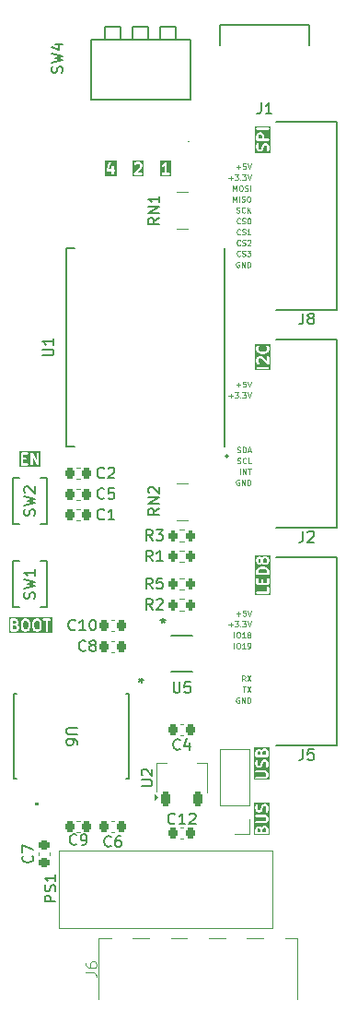
<source format=gbr>
%TF.GenerationSoftware,KiCad,Pcbnew,8.0.7-8.0.7-0~ubuntu24.04.1*%
%TF.CreationDate,2025-01-21T08:38:03+03:00*%
%TF.ProjectId,PM-ESPC3,504d2d45-5350-4433-932e-6b696361645f,rev?*%
%TF.SameCoordinates,Original*%
%TF.FileFunction,Legend,Top*%
%TF.FilePolarity,Positive*%
%FSLAX46Y46*%
G04 Gerber Fmt 4.6, Leading zero omitted, Abs format (unit mm)*
G04 Created by KiCad (PCBNEW 8.0.7-8.0.7-0~ubuntu24.04.1) date 2025-01-21 08:38:03*
%MOMM*%
%LPD*%
G01*
G04 APERTURE LIST*
G04 Aperture macros list*
%AMRoundRect*
0 Rectangle with rounded corners*
0 $1 Rounding radius*
0 $2 $3 $4 $5 $6 $7 $8 $9 X,Y pos of 4 corners*
0 Add a 4 corners polygon primitive as box body*
4,1,4,$2,$3,$4,$5,$6,$7,$8,$9,$2,$3,0*
0 Add four circle primitives for the rounded corners*
1,1,$1+$1,$2,$3*
1,1,$1+$1,$4,$5*
1,1,$1+$1,$6,$7*
1,1,$1+$1,$8,$9*
0 Add four rect primitives between the rounded corners*
20,1,$1+$1,$2,$3,$4,$5,0*
20,1,$1+$1,$4,$5,$6,$7,0*
20,1,$1+$1,$6,$7,$8,$9,0*
20,1,$1+$1,$8,$9,$2,$3,0*%
%AMFreePoly0*
4,1,9,3.862500,-0.866500,0.737500,-0.866500,0.737500,-0.450000,-0.737500,-0.450000,-0.737500,0.450000,0.737500,0.450000,0.737500,0.866500,3.862500,0.866500,3.862500,-0.866500,3.862500,-0.866500,$1*%
G04 Aperture macros list end*
%ADD10C,0.125000*%
%ADD11C,0.200000*%
%ADD12C,0.150000*%
%ADD13C,0.100000*%
%ADD14C,0.152400*%
%ADD15C,0.203200*%
%ADD16C,0.120000*%
%ADD17C,0.000000*%
%ADD18R,1.244600X1.346200*%
%ADD19R,0.889000X1.498600*%
%ADD20R,0.711200X0.711200*%
%ADD21RoundRect,0.225000X0.225000X0.250000X-0.225000X0.250000X-0.225000X-0.250000X0.225000X-0.250000X0*%
%ADD22R,1.500000X1.500000*%
%ADD23C,1.500000*%
%ADD24RoundRect,0.225000X0.225000X-0.425000X0.225000X0.425000X-0.225000X0.425000X-0.225000X-0.425000X0*%
%ADD25FreePoly0,90.000000*%
%ADD26R,0.406400X1.350000*%
%ADD27R,1.679095X1.075150*%
%ADD28R,2.108196X0.525058*%
%ADD29O,1.000000X1.700000*%
%ADD30R,0.800000X0.500000*%
%ADD31R,0.800000X0.400000*%
%ADD32R,0.482600X1.854200*%
%ADD33R,1.803400X0.635000*%
%ADD34R,2.997200X2.590800*%
%ADD35C,2.000000*%
%ADD36RoundRect,0.200000X-0.200000X-0.275000X0.200000X-0.275000X0.200000X0.275000X-0.200000X0.275000X0*%
%ADD37R,1.181100X0.558800*%
%ADD38RoundRect,0.225000X-0.225000X-0.250000X0.225000X-0.250000X0.225000X0.250000X-0.225000X0.250000X0*%
%ADD39C,1.700000*%
%ADD40RoundRect,0.225000X0.250000X-0.225000X0.250000X0.225000X-0.250000X0.225000X-0.250000X-0.225000X0*%
%ADD41R,1.700000X1.700000*%
%ADD42O,1.700000X1.700000*%
G04 APERTURE END LIST*
D10*
X21870145Y26322810D02*
X21846336Y26299000D01*
X21846336Y26299000D02*
X21774907Y26275191D01*
X21774907Y26275191D02*
X21727288Y26275191D01*
X21727288Y26275191D02*
X21655860Y26299000D01*
X21655860Y26299000D02*
X21608241Y26346620D01*
X21608241Y26346620D02*
X21584431Y26394239D01*
X21584431Y26394239D02*
X21560622Y26489477D01*
X21560622Y26489477D02*
X21560622Y26560905D01*
X21560622Y26560905D02*
X21584431Y26656143D01*
X21584431Y26656143D02*
X21608241Y26703762D01*
X21608241Y26703762D02*
X21655860Y26751381D01*
X21655860Y26751381D02*
X21727288Y26775191D01*
X21727288Y26775191D02*
X21774907Y26775191D01*
X21774907Y26775191D02*
X21846336Y26751381D01*
X21846336Y26751381D02*
X21870145Y26727572D01*
X22060622Y26299000D02*
X22132050Y26275191D01*
X22132050Y26275191D02*
X22251098Y26275191D01*
X22251098Y26275191D02*
X22298717Y26299000D01*
X22298717Y26299000D02*
X22322526Y26322810D01*
X22322526Y26322810D02*
X22346336Y26370429D01*
X22346336Y26370429D02*
X22346336Y26418048D01*
X22346336Y26418048D02*
X22322526Y26465667D01*
X22322526Y26465667D02*
X22298717Y26489477D01*
X22298717Y26489477D02*
X22251098Y26513286D01*
X22251098Y26513286D02*
X22155860Y26537096D01*
X22155860Y26537096D02*
X22108241Y26560905D01*
X22108241Y26560905D02*
X22084431Y26584715D01*
X22084431Y26584715D02*
X22060622Y26632334D01*
X22060622Y26632334D02*
X22060622Y26679953D01*
X22060622Y26679953D02*
X22084431Y26727572D01*
X22084431Y26727572D02*
X22108241Y26751381D01*
X22108241Y26751381D02*
X22155860Y26775191D01*
X22155860Y26775191D02*
X22274907Y26775191D01*
X22274907Y26775191D02*
X22346336Y26751381D01*
X22513002Y26775191D02*
X22822526Y26775191D01*
X22822526Y26775191D02*
X22655859Y26584715D01*
X22655859Y26584715D02*
X22727288Y26584715D01*
X22727288Y26584715D02*
X22774907Y26560905D01*
X22774907Y26560905D02*
X22798716Y26537096D01*
X22798716Y26537096D02*
X22822526Y26489477D01*
X22822526Y26489477D02*
X22822526Y26370429D01*
X22822526Y26370429D02*
X22798716Y26322810D01*
X22798716Y26322810D02*
X22774907Y26299000D01*
X22774907Y26299000D02*
X22727288Y26275191D01*
X22727288Y26275191D02*
X22584431Y26275191D01*
X22584431Y26275191D02*
X22536812Y26299000D01*
X22536812Y26299000D02*
X22513002Y26322810D01*
X21536812Y30299000D02*
X21608240Y30275191D01*
X21608240Y30275191D02*
X21727288Y30275191D01*
X21727288Y30275191D02*
X21774907Y30299000D01*
X21774907Y30299000D02*
X21798716Y30322810D01*
X21798716Y30322810D02*
X21822526Y30370429D01*
X21822526Y30370429D02*
X21822526Y30418048D01*
X21822526Y30418048D02*
X21798716Y30465667D01*
X21798716Y30465667D02*
X21774907Y30489477D01*
X21774907Y30489477D02*
X21727288Y30513286D01*
X21727288Y30513286D02*
X21632050Y30537096D01*
X21632050Y30537096D02*
X21584431Y30560905D01*
X21584431Y30560905D02*
X21560621Y30584715D01*
X21560621Y30584715D02*
X21536812Y30632334D01*
X21536812Y30632334D02*
X21536812Y30679953D01*
X21536812Y30679953D02*
X21560621Y30727572D01*
X21560621Y30727572D02*
X21584431Y30751381D01*
X21584431Y30751381D02*
X21632050Y30775191D01*
X21632050Y30775191D02*
X21751097Y30775191D01*
X21751097Y30775191D02*
X21822526Y30751381D01*
X22322525Y30322810D02*
X22298716Y30299000D01*
X22298716Y30299000D02*
X22227287Y30275191D01*
X22227287Y30275191D02*
X22179668Y30275191D01*
X22179668Y30275191D02*
X22108240Y30299000D01*
X22108240Y30299000D02*
X22060621Y30346620D01*
X22060621Y30346620D02*
X22036811Y30394239D01*
X22036811Y30394239D02*
X22013002Y30489477D01*
X22013002Y30489477D02*
X22013002Y30560905D01*
X22013002Y30560905D02*
X22036811Y30656143D01*
X22036811Y30656143D02*
X22060621Y30703762D01*
X22060621Y30703762D02*
X22108240Y30751381D01*
X22108240Y30751381D02*
X22179668Y30775191D01*
X22179668Y30775191D02*
X22227287Y30775191D01*
X22227287Y30775191D02*
X22298716Y30751381D01*
X22298716Y30751381D02*
X22322525Y30727572D01*
X22536811Y30275191D02*
X22536811Y30775191D01*
X22822525Y30275191D02*
X22608240Y30560905D01*
X22822525Y30775191D02*
X22536811Y30489477D01*
X21893954Y6275191D02*
X21893954Y6775191D01*
X22132049Y6275191D02*
X22132049Y6775191D01*
X22132049Y6775191D02*
X22417763Y6275191D01*
X22417763Y6275191D02*
X22417763Y6775191D01*
X22584431Y6775191D02*
X22870145Y6775191D01*
X22727288Y6275191D02*
X22727288Y6775191D01*
X21322526Y-9724809D02*
X21322526Y-9224809D01*
X21655859Y-9224809D02*
X21751097Y-9224809D01*
X21751097Y-9224809D02*
X21798716Y-9248619D01*
X21798716Y-9248619D02*
X21846335Y-9296238D01*
X21846335Y-9296238D02*
X21870145Y-9391476D01*
X21870145Y-9391476D02*
X21870145Y-9558142D01*
X21870145Y-9558142D02*
X21846335Y-9653380D01*
X21846335Y-9653380D02*
X21798716Y-9701000D01*
X21798716Y-9701000D02*
X21751097Y-9724809D01*
X21751097Y-9724809D02*
X21655859Y-9724809D01*
X21655859Y-9724809D02*
X21608240Y-9701000D01*
X21608240Y-9701000D02*
X21560621Y-9653380D01*
X21560621Y-9653380D02*
X21536812Y-9558142D01*
X21536812Y-9558142D02*
X21536812Y-9391476D01*
X21536812Y-9391476D02*
X21560621Y-9296238D01*
X21560621Y-9296238D02*
X21608240Y-9248619D01*
X21608240Y-9248619D02*
X21655859Y-9224809D01*
X22346336Y-9724809D02*
X22060622Y-9724809D01*
X22203479Y-9724809D02*
X22203479Y-9224809D01*
X22203479Y-9224809D02*
X22155860Y-9296238D01*
X22155860Y-9296238D02*
X22108241Y-9343857D01*
X22108241Y-9343857D02*
X22060622Y-9367666D01*
X22584431Y-9724809D02*
X22679669Y-9724809D01*
X22679669Y-9724809D02*
X22727288Y-9701000D01*
X22727288Y-9701000D02*
X22751097Y-9677190D01*
X22751097Y-9677190D02*
X22798716Y-9605761D01*
X22798716Y-9605761D02*
X22822526Y-9510523D01*
X22822526Y-9510523D02*
X22822526Y-9320047D01*
X22822526Y-9320047D02*
X22798716Y-9272428D01*
X22798716Y-9272428D02*
X22774907Y-9248619D01*
X22774907Y-9248619D02*
X22727288Y-9224809D01*
X22727288Y-9224809D02*
X22632050Y-9224809D01*
X22632050Y-9224809D02*
X22584431Y-9248619D01*
X22584431Y-9248619D02*
X22560621Y-9272428D01*
X22560621Y-9272428D02*
X22536812Y-9320047D01*
X22536812Y-9320047D02*
X22536812Y-9439095D01*
X22536812Y-9439095D02*
X22560621Y-9486714D01*
X22560621Y-9486714D02*
X22584431Y-9510523D01*
X22584431Y-9510523D02*
X22632050Y-9534333D01*
X22632050Y-9534333D02*
X22727288Y-9534333D01*
X22727288Y-9534333D02*
X22774907Y-9510523D01*
X22774907Y-9510523D02*
X22798716Y-9486714D01*
X22798716Y-9486714D02*
X22822526Y-9439095D01*
X20798717Y-7534333D02*
X21179670Y-7534333D01*
X20989193Y-7724809D02*
X20989193Y-7343857D01*
X21370146Y-7224809D02*
X21679670Y-7224809D01*
X21679670Y-7224809D02*
X21513003Y-7415285D01*
X21513003Y-7415285D02*
X21584432Y-7415285D01*
X21584432Y-7415285D02*
X21632051Y-7439095D01*
X21632051Y-7439095D02*
X21655860Y-7462904D01*
X21655860Y-7462904D02*
X21679670Y-7510523D01*
X21679670Y-7510523D02*
X21679670Y-7629571D01*
X21679670Y-7629571D02*
X21655860Y-7677190D01*
X21655860Y-7677190D02*
X21632051Y-7701000D01*
X21632051Y-7701000D02*
X21584432Y-7724809D01*
X21584432Y-7724809D02*
X21441575Y-7724809D01*
X21441575Y-7724809D02*
X21393956Y-7701000D01*
X21393956Y-7701000D02*
X21370146Y-7677190D01*
X21893955Y-7677190D02*
X21917765Y-7701000D01*
X21917765Y-7701000D02*
X21893955Y-7724809D01*
X21893955Y-7724809D02*
X21870146Y-7701000D01*
X21870146Y-7701000D02*
X21893955Y-7677190D01*
X21893955Y-7677190D02*
X21893955Y-7724809D01*
X22084431Y-7224809D02*
X22393955Y-7224809D01*
X22393955Y-7224809D02*
X22227288Y-7415285D01*
X22227288Y-7415285D02*
X22298717Y-7415285D01*
X22298717Y-7415285D02*
X22346336Y-7439095D01*
X22346336Y-7439095D02*
X22370145Y-7462904D01*
X22370145Y-7462904D02*
X22393955Y-7510523D01*
X22393955Y-7510523D02*
X22393955Y-7629571D01*
X22393955Y-7629571D02*
X22370145Y-7677190D01*
X22370145Y-7677190D02*
X22346336Y-7701000D01*
X22346336Y-7701000D02*
X22298717Y-7724809D01*
X22298717Y-7724809D02*
X22155860Y-7724809D01*
X22155860Y-7724809D02*
X22108241Y-7701000D01*
X22108241Y-7701000D02*
X22084431Y-7677190D01*
X22536812Y-7224809D02*
X22703478Y-7724809D01*
X22703478Y-7724809D02*
X22870145Y-7224809D01*
D11*
G36*
X24179218Y-2451493D02*
G01*
X24250127Y-2486947D01*
X24317197Y-2554017D01*
X24352219Y-2659082D01*
X24352219Y-2780951D01*
X23552219Y-2780951D01*
X23552219Y-2659083D01*
X23587240Y-2554018D01*
X23654313Y-2486946D01*
X23725218Y-2451493D01*
X23893099Y-2409523D01*
X24011337Y-2409523D01*
X24179218Y-2451493D01*
G37*
G36*
X23726316Y-1486947D02*
G01*
X23750985Y-1511615D01*
X23780790Y-1571225D01*
X23780790Y-1714487D01*
X23750985Y-1774096D01*
X23726316Y-1798764D01*
X23666707Y-1828570D01*
X23666302Y-1828570D01*
X23606692Y-1798765D01*
X23582024Y-1774096D01*
X23552219Y-1714486D01*
X23552219Y-1571225D01*
X23582024Y-1511615D01*
X23606692Y-1486946D01*
X23666302Y-1457142D01*
X23666707Y-1457142D01*
X23726316Y-1486947D01*
G37*
G36*
X24297746Y-1486948D02*
G01*
X24322414Y-1511615D01*
X24352219Y-1571225D01*
X24352219Y-1714487D01*
X24322414Y-1774096D01*
X24297746Y-1798763D01*
X24238135Y-1828570D01*
X24094873Y-1828570D01*
X24035263Y-1798765D01*
X24010595Y-1774096D01*
X23980790Y-1714486D01*
X23980790Y-1571225D01*
X24010595Y-1511615D01*
X24035263Y-1486946D01*
X24094873Y-1457142D01*
X24238135Y-1457142D01*
X24297746Y-1486948D01*
G37*
G36*
X24663330Y-4806348D02*
G01*
X23241108Y-4806348D01*
X23241108Y-4575728D01*
X23354140Y-4575728D01*
X23354140Y-4614746D01*
X23369072Y-4650794D01*
X23396662Y-4678384D01*
X23432710Y-4693316D01*
X23452219Y-4695237D01*
X24452219Y-4695237D01*
X24471728Y-4693316D01*
X24507776Y-4678384D01*
X24535366Y-4650794D01*
X24550298Y-4614746D01*
X24552219Y-4595237D01*
X24552219Y-4119047D01*
X24550298Y-4099538D01*
X24535366Y-4063490D01*
X24507776Y-4035900D01*
X24471728Y-4020968D01*
X24432710Y-4020968D01*
X24396662Y-4035900D01*
X24369072Y-4063490D01*
X24354140Y-4099538D01*
X24352219Y-4119047D01*
X24352219Y-4495237D01*
X23452219Y-4495237D01*
X23432710Y-4497158D01*
X23396662Y-4512090D01*
X23369072Y-4539680D01*
X23354140Y-4575728D01*
X23241108Y-4575728D01*
X23241108Y-3309523D01*
X23352219Y-3309523D01*
X23352219Y-3785713D01*
X23354140Y-3805222D01*
X23369072Y-3841270D01*
X23396662Y-3868860D01*
X23432710Y-3883792D01*
X23452219Y-3885713D01*
X24452219Y-3885713D01*
X24471728Y-3883792D01*
X24507776Y-3868860D01*
X24535366Y-3841270D01*
X24550298Y-3805222D01*
X24552219Y-3785713D01*
X24552219Y-3309523D01*
X24550298Y-3290014D01*
X24535366Y-3253966D01*
X24507776Y-3226376D01*
X24471728Y-3211444D01*
X24432710Y-3211444D01*
X24396662Y-3226376D01*
X24369072Y-3253966D01*
X24354140Y-3290014D01*
X24352219Y-3309523D01*
X24352219Y-3685713D01*
X24028409Y-3685713D01*
X24028409Y-3452380D01*
X24026488Y-3432871D01*
X24011556Y-3396823D01*
X23983966Y-3369233D01*
X23947918Y-3354301D01*
X23908900Y-3354301D01*
X23872852Y-3369233D01*
X23845262Y-3396823D01*
X23830330Y-3432871D01*
X23828409Y-3452380D01*
X23828409Y-3685713D01*
X23552219Y-3685713D01*
X23552219Y-3309523D01*
X23550298Y-3290014D01*
X23535366Y-3253966D01*
X23507776Y-3226376D01*
X23471728Y-3211444D01*
X23432710Y-3211444D01*
X23396662Y-3226376D01*
X23369072Y-3253966D01*
X23354140Y-3290014D01*
X23352219Y-3309523D01*
X23241108Y-3309523D01*
X23241108Y-2642856D01*
X23352219Y-2642856D01*
X23352219Y-2880951D01*
X23354140Y-2900460D01*
X23369072Y-2936508D01*
X23396662Y-2964098D01*
X23432710Y-2979030D01*
X23452219Y-2980951D01*
X24452219Y-2980951D01*
X24471728Y-2979030D01*
X24507776Y-2964098D01*
X24535366Y-2936508D01*
X24550298Y-2900460D01*
X24552219Y-2880951D01*
X24552219Y-2642856D01*
X24551246Y-2632982D01*
X24551434Y-2630348D01*
X24550646Y-2626884D01*
X24550298Y-2623347D01*
X24549286Y-2620905D01*
X24547087Y-2611233D01*
X24499468Y-2468376D01*
X24491477Y-2450476D01*
X24489122Y-2447760D01*
X24487747Y-2444441D01*
X24475311Y-2429288D01*
X24380071Y-2334050D01*
X24372401Y-2327755D01*
X24370672Y-2325761D01*
X24367667Y-2323869D01*
X24364918Y-2321613D01*
X24362474Y-2320600D01*
X24354082Y-2315318D01*
X24258844Y-2267699D01*
X24257417Y-2267153D01*
X24256837Y-2266723D01*
X24248660Y-2263801D01*
X24240536Y-2260693D01*
X24239813Y-2260641D01*
X24238376Y-2260128D01*
X24047901Y-2212509D01*
X24044519Y-2212008D01*
X24043156Y-2211444D01*
X24035805Y-2210720D01*
X24028508Y-2209641D01*
X24027049Y-2209858D01*
X24023647Y-2209523D01*
X23880790Y-2209523D01*
X23877387Y-2209858D01*
X23875929Y-2209641D01*
X23868631Y-2210720D01*
X23861281Y-2211444D01*
X23859917Y-2212008D01*
X23856536Y-2212509D01*
X23666060Y-2260128D01*
X23664621Y-2260641D01*
X23663901Y-2260693D01*
X23655776Y-2263801D01*
X23647600Y-2266723D01*
X23647020Y-2267152D01*
X23645592Y-2267699D01*
X23550355Y-2315318D01*
X23541956Y-2320604D01*
X23539519Y-2321614D01*
X23536775Y-2323865D01*
X23533764Y-2325761D01*
X23532031Y-2327758D01*
X23524365Y-2334050D01*
X23429127Y-2429288D01*
X23416691Y-2444442D01*
X23415316Y-2447760D01*
X23412961Y-2450476D01*
X23404970Y-2468377D01*
X23357351Y-2611233D01*
X23355151Y-2620904D01*
X23354140Y-2623347D01*
X23353791Y-2626885D01*
X23353004Y-2630349D01*
X23353191Y-2632982D01*
X23352219Y-2642856D01*
X23241108Y-2642856D01*
X23241108Y-1547618D01*
X23352219Y-1547618D01*
X23352219Y-1738094D01*
X23354140Y-1757603D01*
X23355515Y-1760923D01*
X23355770Y-1764507D01*
X23362776Y-1782815D01*
X23410395Y-1878053D01*
X23415680Y-1886449D01*
X23416691Y-1888889D01*
X23418944Y-1891635D01*
X23420838Y-1894643D01*
X23422832Y-1896372D01*
X23429127Y-1904043D01*
X23476746Y-1951661D01*
X23484412Y-1957953D01*
X23486145Y-1959951D01*
X23489153Y-1961844D01*
X23491899Y-1964098D01*
X23494339Y-1965108D01*
X23502736Y-1970394D01*
X23597973Y-2018013D01*
X23616282Y-2025019D01*
X23619865Y-2025273D01*
X23623186Y-2026649D01*
X23642695Y-2028570D01*
X23690314Y-2028570D01*
X23709823Y-2026649D01*
X23713143Y-2025273D01*
X23716727Y-2025019D01*
X23735035Y-2018013D01*
X23830273Y-1970394D01*
X23838669Y-1965108D01*
X23841109Y-1964098D01*
X23843855Y-1961844D01*
X23846863Y-1959951D01*
X23848592Y-1957956D01*
X23856263Y-1951662D01*
X23880789Y-1927134D01*
X23905317Y-1951661D01*
X23912983Y-1957953D01*
X23914716Y-1959951D01*
X23917724Y-1961844D01*
X23920470Y-1964098D01*
X23922910Y-1965108D01*
X23931307Y-1970394D01*
X24026544Y-2018013D01*
X24044853Y-2025019D01*
X24048436Y-2025273D01*
X24051757Y-2026649D01*
X24071266Y-2028570D01*
X24261742Y-2028570D01*
X24281251Y-2026649D01*
X24284571Y-2025273D01*
X24288155Y-2025019D01*
X24306463Y-2018013D01*
X24401701Y-1970394D01*
X24410093Y-1965110D01*
X24412537Y-1964099D01*
X24415286Y-1961842D01*
X24418291Y-1959951D01*
X24420020Y-1957956D01*
X24427690Y-1951662D01*
X24475310Y-1904044D01*
X24481603Y-1896375D01*
X24483600Y-1894644D01*
X24485493Y-1891635D01*
X24487747Y-1888890D01*
X24488757Y-1886449D01*
X24494043Y-1878053D01*
X24541662Y-1782816D01*
X24548668Y-1764507D01*
X24548922Y-1760923D01*
X24550298Y-1757603D01*
X24552219Y-1738094D01*
X24552219Y-1547618D01*
X24550298Y-1528109D01*
X24548922Y-1524788D01*
X24548668Y-1521205D01*
X24541662Y-1502896D01*
X24494043Y-1407659D01*
X24488757Y-1399262D01*
X24487747Y-1396822D01*
X24485493Y-1394076D01*
X24483600Y-1391068D01*
X24481603Y-1389336D01*
X24475310Y-1381668D01*
X24427690Y-1334050D01*
X24420020Y-1327755D01*
X24418291Y-1325761D01*
X24415286Y-1323869D01*
X24412537Y-1321613D01*
X24410093Y-1320601D01*
X24401701Y-1315318D01*
X24306463Y-1267699D01*
X24288155Y-1260693D01*
X24284571Y-1260438D01*
X24281251Y-1259063D01*
X24261742Y-1257142D01*
X24071266Y-1257142D01*
X24051757Y-1259063D01*
X24048436Y-1260438D01*
X24044853Y-1260693D01*
X24026544Y-1267699D01*
X23931307Y-1315318D01*
X23922910Y-1320603D01*
X23920470Y-1321614D01*
X23917724Y-1323867D01*
X23914716Y-1325761D01*
X23912983Y-1327758D01*
X23905317Y-1334051D01*
X23880789Y-1358577D01*
X23856263Y-1334050D01*
X23848592Y-1327755D01*
X23846863Y-1325761D01*
X23843855Y-1323867D01*
X23841109Y-1321614D01*
X23838669Y-1320603D01*
X23830273Y-1315318D01*
X23735035Y-1267699D01*
X23716727Y-1260693D01*
X23713143Y-1260438D01*
X23709823Y-1259063D01*
X23690314Y-1257142D01*
X23642695Y-1257142D01*
X23623186Y-1259063D01*
X23619865Y-1260438D01*
X23616282Y-1260693D01*
X23597973Y-1267699D01*
X23502736Y-1315318D01*
X23494339Y-1320603D01*
X23491899Y-1321614D01*
X23489153Y-1323867D01*
X23486145Y-1325761D01*
X23484412Y-1327758D01*
X23476746Y-1334051D01*
X23429127Y-1381669D01*
X23422832Y-1389339D01*
X23420838Y-1391069D01*
X23418944Y-1394076D01*
X23416691Y-1396823D01*
X23415680Y-1399262D01*
X23410395Y-1407659D01*
X23362776Y-1502897D01*
X23355770Y-1521205D01*
X23355515Y-1524788D01*
X23354140Y-1528109D01*
X23352219Y-1547618D01*
X23241108Y-1547618D01*
X23241108Y-1146031D01*
X24663330Y-1146031D01*
X24663330Y-4806348D01*
G37*
G36*
X3489206Y6956670D02*
G01*
X1590794Y6956670D01*
X1590794Y8167781D01*
X1701905Y8167781D01*
X1701905Y7167781D01*
X1703826Y7148272D01*
X1718758Y7112224D01*
X1746348Y7084634D01*
X1782396Y7069702D01*
X1801905Y7067781D01*
X2278095Y7067781D01*
X2297604Y7069702D01*
X2333652Y7084634D01*
X2361242Y7112224D01*
X2376174Y7148272D01*
X2376174Y7187290D01*
X2361242Y7223338D01*
X2333652Y7250928D01*
X2297604Y7265860D01*
X2278095Y7267781D01*
X1901905Y7267781D01*
X1901905Y7591591D01*
X2135238Y7591591D01*
X2154747Y7593512D01*
X2190795Y7608444D01*
X2218385Y7636034D01*
X2233317Y7672082D01*
X2233317Y7711100D01*
X2218385Y7747148D01*
X2190795Y7774738D01*
X2154747Y7789670D01*
X2135238Y7791591D01*
X1901905Y7791591D01*
X1901905Y8067781D01*
X2278095Y8067781D01*
X2297604Y8069702D01*
X2333652Y8084634D01*
X2361242Y8112224D01*
X2376174Y8148272D01*
X2376174Y8167781D01*
X2606667Y8167781D01*
X2606667Y7167781D01*
X2608588Y7148272D01*
X2623520Y7112224D01*
X2651110Y7084634D01*
X2687158Y7069702D01*
X2726176Y7069702D01*
X2762224Y7084634D01*
X2789814Y7112224D01*
X2804746Y7148272D01*
X2806667Y7167781D01*
X2806667Y7791225D01*
X3191271Y7118167D01*
X3194189Y7114057D01*
X3194948Y7112224D01*
X3196814Y7110358D01*
X3202618Y7102182D01*
X3213134Y7094038D01*
X3222538Y7084634D01*
X3228425Y7082196D01*
X3233467Y7078291D01*
X3246299Y7074792D01*
X3258586Y7069702D01*
X3264962Y7069702D01*
X3271111Y7068025D01*
X3284304Y7069702D01*
X3297604Y7069702D01*
X3303492Y7072142D01*
X3309817Y7072945D01*
X3321366Y7079546D01*
X3333652Y7084634D01*
X3338159Y7089142D01*
X3343694Y7092304D01*
X3351838Y7102821D01*
X3361242Y7112224D01*
X3363680Y7118112D01*
X3367585Y7123153D01*
X3371084Y7135986D01*
X3376174Y7148272D01*
X3377156Y7158250D01*
X3377851Y7160796D01*
X3377600Y7162764D01*
X3378095Y7167781D01*
X3378095Y8167781D01*
X3376174Y8187290D01*
X3361242Y8223338D01*
X3333652Y8250928D01*
X3297604Y8265860D01*
X3258586Y8265860D01*
X3222538Y8250928D01*
X3194948Y8223338D01*
X3180016Y8187290D01*
X3178095Y8167781D01*
X3178095Y7544338D01*
X2793491Y8217395D01*
X2790572Y8221506D01*
X2789814Y8223338D01*
X2787947Y8225205D01*
X2782144Y8233380D01*
X2771629Y8241523D01*
X2762224Y8250928D01*
X2756333Y8253368D01*
X2751295Y8257270D01*
X2738466Y8260769D01*
X2726176Y8265860D01*
X2719801Y8265860D01*
X2713652Y8267537D01*
X2700459Y8265860D01*
X2687158Y8265860D01*
X2681269Y8263421D01*
X2674945Y8262617D01*
X2663395Y8256017D01*
X2651110Y8250928D01*
X2646602Y8246421D01*
X2641068Y8243258D01*
X2632925Y8232744D01*
X2623520Y8223338D01*
X2621080Y8217448D01*
X2617178Y8212409D01*
X2613679Y8199581D01*
X2608588Y8187290D01*
X2607605Y8177313D01*
X2606911Y8174766D01*
X2607161Y8172799D01*
X2606667Y8167781D01*
X2376174Y8167781D01*
X2376174Y8187290D01*
X2361242Y8223338D01*
X2333652Y8250928D01*
X2297604Y8265860D01*
X2278095Y8267781D01*
X1801905Y8267781D01*
X1782396Y8265860D01*
X1746348Y8250928D01*
X1718758Y8223338D01*
X1703826Y8187290D01*
X1701905Y8167781D01*
X1590794Y8167781D01*
X1590794Y8378892D01*
X3489206Y8378892D01*
X3489206Y6956670D01*
G37*
D10*
X22108241Y-13224809D02*
X22393955Y-13224809D01*
X22251098Y-13724809D02*
X22251098Y-13224809D01*
X22513002Y-13224809D02*
X22846335Y-13724809D01*
X22846335Y-13224809D02*
X22513002Y-13724809D01*
D11*
G36*
X24663330Y15812700D02*
G01*
X23241108Y15812700D01*
X23241108Y16043320D01*
X23354140Y16043320D01*
X23354140Y16004302D01*
X23369072Y15968254D01*
X23396662Y15940664D01*
X23432710Y15925732D01*
X23452219Y15923811D01*
X24452219Y15923811D01*
X24471728Y15925732D01*
X24507776Y15940664D01*
X24535366Y15968254D01*
X24550298Y16004302D01*
X24550298Y16043320D01*
X24535366Y16079368D01*
X24507776Y16106958D01*
X24471728Y16121890D01*
X24452219Y16123811D01*
X23452219Y16123811D01*
X23432710Y16121890D01*
X23396662Y16106958D01*
X23369072Y16079368D01*
X23354140Y16043320D01*
X23241108Y16043320D01*
X23241108Y16833334D01*
X23352219Y16833334D01*
X23352219Y16595239D01*
X23354140Y16575730D01*
X23355515Y16572410D01*
X23355770Y16568826D01*
X23362776Y16550518D01*
X23410395Y16455280D01*
X23415680Y16446884D01*
X23416691Y16444444D01*
X23418944Y16441698D01*
X23420838Y16438690D01*
X23422832Y16436961D01*
X23429127Y16429290D01*
X23476746Y16381672D01*
X23491899Y16369235D01*
X23527948Y16354304D01*
X23566966Y16354304D01*
X23603014Y16369235D01*
X23630604Y16396825D01*
X23645535Y16432873D01*
X23645535Y16471891D01*
X23630604Y16507940D01*
X23618167Y16523093D01*
X23582024Y16559237D01*
X23552219Y16618847D01*
X23552219Y16809727D01*
X23582024Y16869337D01*
X23606692Y16894006D01*
X23666302Y16923810D01*
X23721706Y16923810D01*
X23826770Y16888789D01*
X24381508Y16334052D01*
X24396662Y16321616D01*
X24432710Y16306684D01*
X24471728Y16306684D01*
X24507776Y16321616D01*
X24535366Y16349206D01*
X24550298Y16385254D01*
X24552219Y16404763D01*
X24552219Y17023810D01*
X24550298Y17043319D01*
X24535366Y17079367D01*
X24507776Y17106957D01*
X24471728Y17121889D01*
X24432710Y17121889D01*
X24396662Y17106957D01*
X24369072Y17079367D01*
X24354140Y17043319D01*
X24352219Y17023810D01*
X24352219Y16646185D01*
X23951501Y17046902D01*
X23936347Y17059338D01*
X23933028Y17060713D01*
X23930313Y17063068D01*
X23912412Y17071059D01*
X23769556Y17118678D01*
X23759884Y17120878D01*
X23757442Y17121889D01*
X23753903Y17122238D01*
X23750440Y17123025D01*
X23747806Y17122838D01*
X23737933Y17123810D01*
X23642695Y17123810D01*
X23623186Y17121889D01*
X23619865Y17120514D01*
X23616282Y17120259D01*
X23597973Y17113253D01*
X23502736Y17065634D01*
X23494339Y17060349D01*
X23491899Y17059338D01*
X23489153Y17057085D01*
X23486145Y17055191D01*
X23484412Y17053194D01*
X23476746Y17046901D01*
X23429127Y16999283D01*
X23422832Y16991613D01*
X23420838Y16989883D01*
X23418944Y16986876D01*
X23416691Y16984129D01*
X23415680Y16981690D01*
X23410395Y16973293D01*
X23362776Y16878055D01*
X23355770Y16859747D01*
X23355515Y16856164D01*
X23354140Y16852843D01*
X23352219Y16833334D01*
X23241108Y16833334D01*
X23241108Y17833334D01*
X23352219Y17833334D01*
X23352219Y17738096D01*
X23353191Y17728223D01*
X23353004Y17725589D01*
X23353791Y17722126D01*
X23354140Y17718587D01*
X23355151Y17716145D01*
X23357351Y17706473D01*
X23404970Y17563617D01*
X23412961Y17545716D01*
X23415316Y17543001D01*
X23416691Y17539682D01*
X23429127Y17524528D01*
X23524365Y17429290D01*
X23532031Y17422999D01*
X23533764Y17421001D01*
X23536775Y17419106D01*
X23539519Y17416854D01*
X23541956Y17415845D01*
X23550355Y17410558D01*
X23645592Y17362939D01*
X23647020Y17362393D01*
X23647600Y17361963D01*
X23655776Y17359042D01*
X23663901Y17355933D01*
X23664621Y17355882D01*
X23666060Y17355368D01*
X23856536Y17307749D01*
X23859917Y17307249D01*
X23861281Y17306684D01*
X23868631Y17305961D01*
X23875929Y17304881D01*
X23877387Y17305099D01*
X23880790Y17304763D01*
X24023647Y17304763D01*
X24027049Y17305099D01*
X24028508Y17304881D01*
X24035805Y17305961D01*
X24043156Y17306684D01*
X24044519Y17307249D01*
X24047901Y17307749D01*
X24238376Y17355368D01*
X24239813Y17355882D01*
X24240536Y17355933D01*
X24248660Y17359042D01*
X24256837Y17361963D01*
X24257417Y17362394D01*
X24258844Y17362939D01*
X24354082Y17410558D01*
X24362474Y17415841D01*
X24364918Y17416853D01*
X24367667Y17419110D01*
X24370672Y17421001D01*
X24372401Y17422996D01*
X24380071Y17429290D01*
X24475311Y17524528D01*
X24487747Y17539681D01*
X24489122Y17543001D01*
X24491477Y17545716D01*
X24499468Y17563616D01*
X24547087Y17706473D01*
X24549286Y17716146D01*
X24550298Y17718587D01*
X24550646Y17722125D01*
X24551434Y17725588D01*
X24551246Y17728223D01*
X24552219Y17738096D01*
X24552219Y17833334D01*
X24551246Y17843208D01*
X24551434Y17845842D01*
X24550646Y17849306D01*
X24550298Y17852843D01*
X24549286Y17855285D01*
X24547087Y17864957D01*
X24499468Y18007814D01*
X24491477Y18025714D01*
X24489122Y18028430D01*
X24487747Y18031749D01*
X24475310Y18046903D01*
X24427690Y18094521D01*
X24412537Y18106958D01*
X24376488Y18121889D01*
X24337470Y18121888D01*
X24301422Y18106957D01*
X24273832Y18079367D01*
X24258901Y18043318D01*
X24258902Y18004300D01*
X24273833Y17968252D01*
X24286270Y17953099D01*
X24317197Y17922173D01*
X24352219Y17817108D01*
X24352219Y17754323D01*
X24317197Y17649258D01*
X24250127Y17582188D01*
X24179218Y17546734D01*
X24011337Y17504763D01*
X23893099Y17504763D01*
X23725218Y17546734D01*
X23654313Y17582186D01*
X23587240Y17649259D01*
X23552219Y17754323D01*
X23552219Y17817107D01*
X23587240Y17922173D01*
X23618167Y17953099D01*
X23630604Y17968252D01*
X23645535Y18004301D01*
X23645535Y18043319D01*
X23630604Y18079367D01*
X23603014Y18106957D01*
X23566966Y18121888D01*
X23527948Y18121888D01*
X23491899Y18106957D01*
X23476746Y18094520D01*
X23429127Y18046902D01*
X23416691Y18031748D01*
X23415316Y18028430D01*
X23412961Y18025714D01*
X23404970Y18007813D01*
X23357351Y17864957D01*
X23355151Y17855286D01*
X23354140Y17852843D01*
X23353791Y17849305D01*
X23353004Y17845841D01*
X23353191Y17843208D01*
X23352219Y17833334D01*
X23241108Y17833334D01*
X23241108Y18233000D01*
X24663330Y18233000D01*
X24663330Y15812700D01*
G37*
G36*
X1271695Y-7683430D02*
G01*
X1291147Y-7702882D01*
X1320952Y-7762492D01*
X1320952Y-7858135D01*
X1291147Y-7917743D01*
X1266478Y-7942413D01*
X1206869Y-7972219D01*
X949524Y-7972219D01*
X949524Y-7648409D01*
X1166630Y-7648409D01*
X1271695Y-7683430D01*
G37*
G36*
X1218859Y-7202024D02*
G01*
X1243528Y-7226692D01*
X1273333Y-7286302D01*
X1273333Y-7334326D01*
X1243528Y-7393935D01*
X1218859Y-7418603D01*
X1159250Y-7448409D01*
X949524Y-7448409D01*
X949524Y-7172219D01*
X1159250Y-7172219D01*
X1218859Y-7202024D01*
G37*
G36*
X2266477Y-7202023D02*
G01*
X2330656Y-7266202D01*
X2368571Y-7417861D01*
X2368571Y-7726575D01*
X2330655Y-7878235D01*
X2266479Y-7942413D01*
X2206869Y-7972219D01*
X2063607Y-7972219D01*
X2003997Y-7942414D01*
X1939820Y-7878236D01*
X1901905Y-7726575D01*
X1901905Y-7417862D01*
X1939820Y-7266202D01*
X2003999Y-7202023D01*
X2063607Y-7172219D01*
X2206869Y-7172219D01*
X2266477Y-7202023D01*
G37*
G36*
X3314096Y-7202023D02*
G01*
X3378275Y-7266202D01*
X3416190Y-7417861D01*
X3416190Y-7726575D01*
X3378274Y-7878235D01*
X3314098Y-7942413D01*
X3254488Y-7972219D01*
X3111226Y-7972219D01*
X3051616Y-7942414D01*
X2987439Y-7878236D01*
X2949524Y-7726575D01*
X2949524Y-7417862D01*
X2987439Y-7266202D01*
X3051618Y-7202023D01*
X3111226Y-7172219D01*
X3254488Y-7172219D01*
X3314096Y-7202023D01*
G37*
G36*
X4582523Y-8283330D02*
G01*
X638413Y-8283330D01*
X638413Y-7072219D01*
X749524Y-7072219D01*
X749524Y-8072219D01*
X751445Y-8091728D01*
X766377Y-8127776D01*
X793967Y-8155366D01*
X830015Y-8170298D01*
X849524Y-8172219D01*
X1230476Y-8172219D01*
X1249985Y-8170298D01*
X1253305Y-8168922D01*
X1256889Y-8168668D01*
X1275197Y-8161662D01*
X1370435Y-8114043D01*
X1378830Y-8108758D01*
X1381272Y-8107747D01*
X1384019Y-8105491D01*
X1387025Y-8103600D01*
X1388755Y-8101605D01*
X1396425Y-8095310D01*
X1444044Y-8047690D01*
X1450336Y-8040023D01*
X1452333Y-8038292D01*
X1454226Y-8035284D01*
X1456481Y-8032537D01*
X1457492Y-8030095D01*
X1462776Y-8021701D01*
X1510395Y-7926464D01*
X1517401Y-7908155D01*
X1517655Y-7904571D01*
X1519031Y-7901251D01*
X1520952Y-7881742D01*
X1520952Y-7738885D01*
X1519031Y-7719376D01*
X1517655Y-7716055D01*
X1517401Y-7712472D01*
X1510395Y-7694163D01*
X1462776Y-7598926D01*
X1457490Y-7590529D01*
X1456480Y-7588089D01*
X1454226Y-7585343D01*
X1452333Y-7582335D01*
X1450335Y-7580602D01*
X1444043Y-7572936D01*
X1396425Y-7525317D01*
X1395636Y-7524669D01*
X1396424Y-7523882D01*
X1402716Y-7516215D01*
X1404714Y-7514483D01*
X1406607Y-7511474D01*
X1408861Y-7508729D01*
X1409871Y-7506288D01*
X1415157Y-7497892D01*
X1461327Y-7405552D01*
X1701905Y-7405552D01*
X1701905Y-7738885D01*
X1702240Y-7742287D01*
X1702023Y-7743746D01*
X1703102Y-7751043D01*
X1703826Y-7758394D01*
X1704390Y-7759757D01*
X1704891Y-7763139D01*
X1752510Y-7953614D01*
X1759105Y-7972075D01*
X1763530Y-7978047D01*
X1766376Y-7984918D01*
X1778813Y-8000071D01*
X1874051Y-8095311D01*
X1881719Y-8101604D01*
X1883450Y-8103600D01*
X1886457Y-8105493D01*
X1889204Y-8107747D01*
X1891644Y-8108757D01*
X1900041Y-8114043D01*
X1995278Y-8161662D01*
X2013587Y-8168668D01*
X2017170Y-8168922D01*
X2020491Y-8170298D01*
X2040000Y-8172219D01*
X2230476Y-8172219D01*
X2249985Y-8170298D01*
X2253305Y-8168922D01*
X2256889Y-8168668D01*
X2275197Y-8161662D01*
X2370435Y-8114043D01*
X2378830Y-8108758D01*
X2381272Y-8107747D01*
X2384019Y-8105491D01*
X2387025Y-8103600D01*
X2388755Y-8101605D01*
X2396425Y-8095310D01*
X2491663Y-8000071D01*
X2504100Y-7984918D01*
X2506945Y-7978047D01*
X2511371Y-7972075D01*
X2517966Y-7953615D01*
X2565585Y-7763139D01*
X2566085Y-7759757D01*
X2566650Y-7758394D01*
X2567373Y-7751043D01*
X2568453Y-7743746D01*
X2568235Y-7742287D01*
X2568571Y-7738885D01*
X2568571Y-7405552D01*
X2749524Y-7405552D01*
X2749524Y-7738885D01*
X2749859Y-7742287D01*
X2749642Y-7743746D01*
X2750721Y-7751043D01*
X2751445Y-7758394D01*
X2752009Y-7759757D01*
X2752510Y-7763139D01*
X2800129Y-7953614D01*
X2806724Y-7972075D01*
X2811149Y-7978047D01*
X2813995Y-7984918D01*
X2826432Y-8000071D01*
X2921670Y-8095311D01*
X2929338Y-8101604D01*
X2931069Y-8103600D01*
X2934076Y-8105493D01*
X2936823Y-8107747D01*
X2939263Y-8108757D01*
X2947660Y-8114043D01*
X3042897Y-8161662D01*
X3061206Y-8168668D01*
X3064789Y-8168922D01*
X3068110Y-8170298D01*
X3087619Y-8172219D01*
X3278095Y-8172219D01*
X3297604Y-8170298D01*
X3300924Y-8168922D01*
X3304508Y-8168668D01*
X3322816Y-8161662D01*
X3418054Y-8114043D01*
X3426449Y-8108758D01*
X3428891Y-8107747D01*
X3431638Y-8105491D01*
X3434644Y-8103600D01*
X3436374Y-8101605D01*
X3444044Y-8095310D01*
X3539282Y-8000071D01*
X3551719Y-7984918D01*
X3554564Y-7978047D01*
X3558990Y-7972075D01*
X3565585Y-7953615D01*
X3613204Y-7763139D01*
X3613704Y-7759757D01*
X3614269Y-7758394D01*
X3614992Y-7751043D01*
X3616072Y-7743746D01*
X3615854Y-7742287D01*
X3616190Y-7738885D01*
X3616190Y-7405552D01*
X3615854Y-7402149D01*
X3616072Y-7400691D01*
X3614992Y-7393393D01*
X3614269Y-7386043D01*
X3613704Y-7384679D01*
X3613204Y-7381298D01*
X3565585Y-7190822D01*
X3558990Y-7172362D01*
X3554563Y-7166387D01*
X3551718Y-7159519D01*
X3539282Y-7144365D01*
X3447627Y-7052710D01*
X3703826Y-7052710D01*
X3703826Y-7091728D01*
X3718758Y-7127776D01*
X3746348Y-7155366D01*
X3782396Y-7170298D01*
X3801905Y-7172219D01*
X3987619Y-7172219D01*
X3987619Y-8072219D01*
X3989540Y-8091728D01*
X4004472Y-8127776D01*
X4032062Y-8155366D01*
X4068110Y-8170298D01*
X4107128Y-8170298D01*
X4143176Y-8155366D01*
X4170766Y-8127776D01*
X4185698Y-8091728D01*
X4187619Y-8072219D01*
X4187619Y-7172219D01*
X4373333Y-7172219D01*
X4392842Y-7170298D01*
X4428890Y-7155366D01*
X4456480Y-7127776D01*
X4471412Y-7091728D01*
X4471412Y-7052710D01*
X4456480Y-7016662D01*
X4428890Y-6989072D01*
X4392842Y-6974140D01*
X4373333Y-6972219D01*
X3801905Y-6972219D01*
X3782396Y-6974140D01*
X3746348Y-6989072D01*
X3718758Y-7016662D01*
X3703826Y-7052710D01*
X3447627Y-7052710D01*
X3444044Y-7049127D01*
X3436373Y-7042832D01*
X3434644Y-7040838D01*
X3431636Y-7038944D01*
X3428890Y-7036691D01*
X3426450Y-7035680D01*
X3418054Y-7030395D01*
X3322816Y-6982776D01*
X3304508Y-6975770D01*
X3300924Y-6975515D01*
X3297604Y-6974140D01*
X3278095Y-6972219D01*
X3087619Y-6972219D01*
X3068110Y-6974140D01*
X3064789Y-6975515D01*
X3061206Y-6975770D01*
X3042897Y-6982776D01*
X2947660Y-7030395D01*
X2939261Y-7035681D01*
X2936824Y-7036691D01*
X2934080Y-7038942D01*
X2931069Y-7040838D01*
X2929336Y-7042835D01*
X2921670Y-7049127D01*
X2826432Y-7144365D01*
X2813996Y-7159519D01*
X2811150Y-7166387D01*
X2806724Y-7172362D01*
X2800129Y-7190823D01*
X2752510Y-7381298D01*
X2752009Y-7384679D01*
X2751445Y-7386043D01*
X2750721Y-7393393D01*
X2749642Y-7400691D01*
X2749859Y-7402149D01*
X2749524Y-7405552D01*
X2568571Y-7405552D01*
X2568235Y-7402149D01*
X2568453Y-7400691D01*
X2567373Y-7393393D01*
X2566650Y-7386043D01*
X2566085Y-7384679D01*
X2565585Y-7381298D01*
X2517966Y-7190822D01*
X2511371Y-7172362D01*
X2506944Y-7166387D01*
X2504099Y-7159519D01*
X2491663Y-7144365D01*
X2396425Y-7049127D01*
X2388754Y-7042832D01*
X2387025Y-7040838D01*
X2384017Y-7038944D01*
X2381271Y-7036691D01*
X2378831Y-7035680D01*
X2370435Y-7030395D01*
X2275197Y-6982776D01*
X2256889Y-6975770D01*
X2253305Y-6975515D01*
X2249985Y-6974140D01*
X2230476Y-6972219D01*
X2040000Y-6972219D01*
X2020491Y-6974140D01*
X2017170Y-6975515D01*
X2013587Y-6975770D01*
X1995278Y-6982776D01*
X1900041Y-7030395D01*
X1891642Y-7035681D01*
X1889205Y-7036691D01*
X1886461Y-7038942D01*
X1883450Y-7040838D01*
X1881717Y-7042835D01*
X1874051Y-7049127D01*
X1778813Y-7144365D01*
X1766377Y-7159519D01*
X1763531Y-7166387D01*
X1759105Y-7172362D01*
X1752510Y-7190823D01*
X1704891Y-7381298D01*
X1704390Y-7384679D01*
X1703826Y-7386043D01*
X1703102Y-7393393D01*
X1702023Y-7400691D01*
X1702240Y-7402149D01*
X1701905Y-7405552D01*
X1461327Y-7405552D01*
X1462776Y-7402655D01*
X1469782Y-7384346D01*
X1470036Y-7380762D01*
X1471412Y-7377442D01*
X1473333Y-7357933D01*
X1473333Y-7262695D01*
X1471412Y-7243186D01*
X1470036Y-7239865D01*
X1469782Y-7236282D01*
X1462776Y-7217973D01*
X1415157Y-7122736D01*
X1409871Y-7114339D01*
X1408861Y-7111899D01*
X1406607Y-7109153D01*
X1404714Y-7106145D01*
X1402716Y-7104412D01*
X1396424Y-7096746D01*
X1348806Y-7049127D01*
X1341135Y-7042832D01*
X1339406Y-7040838D01*
X1336398Y-7038944D01*
X1333652Y-7036691D01*
X1331212Y-7035680D01*
X1322816Y-7030395D01*
X1227578Y-6982776D01*
X1209270Y-6975770D01*
X1205686Y-6975515D01*
X1202366Y-6974140D01*
X1182857Y-6972219D01*
X849524Y-6972219D01*
X830015Y-6974140D01*
X793967Y-6989072D01*
X766377Y-7016662D01*
X751445Y-7052710D01*
X749524Y-7072219D01*
X638413Y-7072219D01*
X638413Y-6861108D01*
X4582523Y-6861108D01*
X4582523Y-8283330D01*
G37*
D10*
X20798717Y13465667D02*
X21179670Y13465667D01*
X20989193Y13275191D02*
X20989193Y13656143D01*
X21370146Y13775191D02*
X21679670Y13775191D01*
X21679670Y13775191D02*
X21513003Y13584715D01*
X21513003Y13584715D02*
X21584432Y13584715D01*
X21584432Y13584715D02*
X21632051Y13560905D01*
X21632051Y13560905D02*
X21655860Y13537096D01*
X21655860Y13537096D02*
X21679670Y13489477D01*
X21679670Y13489477D02*
X21679670Y13370429D01*
X21679670Y13370429D02*
X21655860Y13322810D01*
X21655860Y13322810D02*
X21632051Y13299000D01*
X21632051Y13299000D02*
X21584432Y13275191D01*
X21584432Y13275191D02*
X21441575Y13275191D01*
X21441575Y13275191D02*
X21393956Y13299000D01*
X21393956Y13299000D02*
X21370146Y13322810D01*
X21893955Y13322810D02*
X21917765Y13299000D01*
X21917765Y13299000D02*
X21893955Y13275191D01*
X21893955Y13275191D02*
X21870146Y13299000D01*
X21870146Y13299000D02*
X21893955Y13322810D01*
X21893955Y13322810D02*
X21893955Y13275191D01*
X22084431Y13775191D02*
X22393955Y13775191D01*
X22393955Y13775191D02*
X22227288Y13584715D01*
X22227288Y13584715D02*
X22298717Y13584715D01*
X22298717Y13584715D02*
X22346336Y13560905D01*
X22346336Y13560905D02*
X22370145Y13537096D01*
X22370145Y13537096D02*
X22393955Y13489477D01*
X22393955Y13489477D02*
X22393955Y13370429D01*
X22393955Y13370429D02*
X22370145Y13322810D01*
X22370145Y13322810D02*
X22346336Y13299000D01*
X22346336Y13299000D02*
X22298717Y13275191D01*
X22298717Y13275191D02*
X22155860Y13275191D01*
X22155860Y13275191D02*
X22108241Y13299000D01*
X22108241Y13299000D02*
X22084431Y13322810D01*
X22536812Y13775191D02*
X22703478Y13275191D01*
X22703478Y13275191D02*
X22870145Y13775191D01*
X21870145Y27322810D02*
X21846336Y27299000D01*
X21846336Y27299000D02*
X21774907Y27275191D01*
X21774907Y27275191D02*
X21727288Y27275191D01*
X21727288Y27275191D02*
X21655860Y27299000D01*
X21655860Y27299000D02*
X21608241Y27346620D01*
X21608241Y27346620D02*
X21584431Y27394239D01*
X21584431Y27394239D02*
X21560622Y27489477D01*
X21560622Y27489477D02*
X21560622Y27560905D01*
X21560622Y27560905D02*
X21584431Y27656143D01*
X21584431Y27656143D02*
X21608241Y27703762D01*
X21608241Y27703762D02*
X21655860Y27751381D01*
X21655860Y27751381D02*
X21727288Y27775191D01*
X21727288Y27775191D02*
X21774907Y27775191D01*
X21774907Y27775191D02*
X21846336Y27751381D01*
X21846336Y27751381D02*
X21870145Y27727572D01*
X22060622Y27299000D02*
X22132050Y27275191D01*
X22132050Y27275191D02*
X22251098Y27275191D01*
X22251098Y27275191D02*
X22298717Y27299000D01*
X22298717Y27299000D02*
X22322526Y27322810D01*
X22322526Y27322810D02*
X22346336Y27370429D01*
X22346336Y27370429D02*
X22346336Y27418048D01*
X22346336Y27418048D02*
X22322526Y27465667D01*
X22322526Y27465667D02*
X22298717Y27489477D01*
X22298717Y27489477D02*
X22251098Y27513286D01*
X22251098Y27513286D02*
X22155860Y27537096D01*
X22155860Y27537096D02*
X22108241Y27560905D01*
X22108241Y27560905D02*
X22084431Y27584715D01*
X22084431Y27584715D02*
X22060622Y27632334D01*
X22060622Y27632334D02*
X22060622Y27679953D01*
X22060622Y27679953D02*
X22084431Y27727572D01*
X22084431Y27727572D02*
X22108241Y27751381D01*
X22108241Y27751381D02*
X22155860Y27775191D01*
X22155860Y27775191D02*
X22274907Y27775191D01*
X22274907Y27775191D02*
X22346336Y27751381D01*
X22536812Y27727572D02*
X22560621Y27751381D01*
X22560621Y27751381D02*
X22608240Y27775191D01*
X22608240Y27775191D02*
X22727288Y27775191D01*
X22727288Y27775191D02*
X22774907Y27751381D01*
X22774907Y27751381D02*
X22798716Y27727572D01*
X22798716Y27727572D02*
X22822526Y27679953D01*
X22822526Y27679953D02*
X22822526Y27632334D01*
X22822526Y27632334D02*
X22798716Y27560905D01*
X22798716Y27560905D02*
X22513002Y27275191D01*
X22513002Y27275191D02*
X22822526Y27275191D01*
D11*
G36*
X10492523Y33628591D02*
G01*
X9453960Y33628591D01*
X9453960Y34183622D01*
X9565071Y34183622D01*
X9566207Y34167638D01*
X9566207Y34151606D01*
X9567582Y34148286D01*
X9567837Y34144702D01*
X9575004Y34130367D01*
X9581139Y34115558D01*
X9583679Y34113018D01*
X9585287Y34109803D01*
X9597398Y34099299D01*
X9608729Y34087968D01*
X9612047Y34086594D01*
X9614763Y34084238D01*
X9629972Y34079169D01*
X9644777Y34073036D01*
X9649877Y34072534D01*
X9651779Y34071900D01*
X9654412Y34072088D01*
X9664286Y34071115D01*
X10040476Y34071115D01*
X10040476Y33837781D01*
X10042397Y33818272D01*
X10057329Y33782224D01*
X10084919Y33754634D01*
X10120967Y33739702D01*
X10159985Y33739702D01*
X10196033Y33754634D01*
X10223623Y33782224D01*
X10238555Y33818272D01*
X10240476Y33837781D01*
X10240476Y34071115D01*
X10283333Y34071115D01*
X10302842Y34073036D01*
X10338890Y34087968D01*
X10366480Y34115558D01*
X10381412Y34151606D01*
X10381412Y34190624D01*
X10366480Y34226672D01*
X10338890Y34254262D01*
X10302842Y34269194D01*
X10283333Y34271115D01*
X10240476Y34271115D01*
X10240476Y34504448D01*
X10238555Y34523957D01*
X10223623Y34560005D01*
X10196033Y34587595D01*
X10159985Y34602527D01*
X10120967Y34602527D01*
X10084919Y34587595D01*
X10057329Y34560005D01*
X10042397Y34523957D01*
X10040476Y34504448D01*
X10040476Y34271115D01*
X9803028Y34271115D01*
X9997249Y34853777D01*
X10001596Y34872892D01*
X9998830Y34911812D01*
X9981380Y34946711D01*
X9951904Y34972276D01*
X9914888Y34984615D01*
X9875968Y34981848D01*
X9841069Y34964399D01*
X9815504Y34934923D01*
X9807513Y34917022D01*
X9569418Y34202738D01*
X9567218Y34193067D01*
X9566207Y34190624D01*
X9566207Y34188618D01*
X9565071Y34183622D01*
X9453960Y34183622D01*
X9453960Y35095726D01*
X10492523Y35095726D01*
X10492523Y33628591D01*
G37*
G36*
X23693935Y-19187900D02*
G01*
X23718604Y-19212568D01*
X23748409Y-19272178D01*
X23748409Y-19481904D01*
X23472219Y-19481904D01*
X23472219Y-19272178D01*
X23502024Y-19212568D01*
X23526692Y-19187899D01*
X23586302Y-19158095D01*
X23634326Y-19158095D01*
X23693935Y-19187900D01*
G37*
G36*
X24217746Y-19140282D02*
G01*
X24242414Y-19164949D01*
X24272219Y-19224559D01*
X24272219Y-19481904D01*
X23948409Y-19481904D01*
X23948409Y-19264798D01*
X23983430Y-19159732D01*
X24002882Y-19140280D01*
X24062492Y-19110476D01*
X24158135Y-19110476D01*
X24217746Y-19140282D01*
G37*
G36*
X24583330Y-21793015D02*
G01*
X23161108Y-21793015D01*
X23161108Y-20990967D01*
X23274140Y-20990967D01*
X23274140Y-21029985D01*
X23289072Y-21066033D01*
X23316662Y-21093623D01*
X23352710Y-21108555D01*
X23372219Y-21110476D01*
X24158135Y-21110476D01*
X24217746Y-21140282D01*
X24242414Y-21164949D01*
X24272219Y-21224559D01*
X24272219Y-21367821D01*
X24242414Y-21427430D01*
X24217746Y-21452097D01*
X24158135Y-21481904D01*
X23372219Y-21481904D01*
X23352710Y-21483825D01*
X23316662Y-21498757D01*
X23289072Y-21526347D01*
X23274140Y-21562395D01*
X23274140Y-21601413D01*
X23289072Y-21637461D01*
X23316662Y-21665051D01*
X23352710Y-21679983D01*
X23372219Y-21681904D01*
X24181742Y-21681904D01*
X24201251Y-21679983D01*
X24204571Y-21678607D01*
X24208155Y-21678353D01*
X24226463Y-21671347D01*
X24321701Y-21623728D01*
X24330093Y-21618444D01*
X24332537Y-21617433D01*
X24335286Y-21615176D01*
X24338291Y-21613285D01*
X24340020Y-21611290D01*
X24347690Y-21604996D01*
X24395310Y-21557378D01*
X24401603Y-21549709D01*
X24403600Y-21547978D01*
X24405493Y-21544969D01*
X24407747Y-21542224D01*
X24408757Y-21539783D01*
X24414043Y-21531387D01*
X24461662Y-21436150D01*
X24468668Y-21417841D01*
X24468922Y-21414257D01*
X24470298Y-21410937D01*
X24472219Y-21391428D01*
X24472219Y-21200952D01*
X24470298Y-21181443D01*
X24468922Y-21178122D01*
X24468668Y-21174539D01*
X24461662Y-21156230D01*
X24414043Y-21060993D01*
X24408757Y-21052596D01*
X24407747Y-21050156D01*
X24405493Y-21047410D01*
X24403600Y-21044402D01*
X24401603Y-21042670D01*
X24395310Y-21035002D01*
X24347690Y-20987384D01*
X24340020Y-20981089D01*
X24338291Y-20979095D01*
X24335286Y-20977203D01*
X24332537Y-20974947D01*
X24330093Y-20973935D01*
X24321701Y-20968652D01*
X24226463Y-20921033D01*
X24208155Y-20914027D01*
X24204571Y-20913772D01*
X24201251Y-20912397D01*
X24181742Y-20910476D01*
X23372219Y-20910476D01*
X23352710Y-20912397D01*
X23316662Y-20927329D01*
X23289072Y-20954919D01*
X23274140Y-20990967D01*
X23161108Y-20990967D01*
X23161108Y-20153333D01*
X23272219Y-20153333D01*
X23272219Y-20391428D01*
X23274140Y-20410937D01*
X23275515Y-20414257D01*
X23275770Y-20417841D01*
X23282776Y-20436149D01*
X23330395Y-20531387D01*
X23335680Y-20539783D01*
X23336691Y-20542223D01*
X23338944Y-20544969D01*
X23340838Y-20547977D01*
X23342832Y-20549706D01*
X23349127Y-20557377D01*
X23396746Y-20604995D01*
X23404412Y-20611287D01*
X23406145Y-20613285D01*
X23409153Y-20615178D01*
X23411899Y-20617432D01*
X23414339Y-20618442D01*
X23422736Y-20623728D01*
X23517973Y-20671347D01*
X23536282Y-20678353D01*
X23539865Y-20678607D01*
X23543186Y-20679983D01*
X23562695Y-20681904D01*
X23657933Y-20681904D01*
X23677442Y-20679983D01*
X23680762Y-20678607D01*
X23684346Y-20678353D01*
X23702654Y-20671347D01*
X23797892Y-20623728D01*
X23806288Y-20618442D01*
X23808728Y-20617432D01*
X23811474Y-20615178D01*
X23814482Y-20613285D01*
X23816211Y-20611290D01*
X23823882Y-20604996D01*
X23871500Y-20557377D01*
X23877792Y-20549710D01*
X23879790Y-20547978D01*
X23881683Y-20544969D01*
X23883937Y-20542224D01*
X23884947Y-20539783D01*
X23890233Y-20531387D01*
X23937852Y-20436150D01*
X23938398Y-20434721D01*
X23938828Y-20434142D01*
X23941749Y-20425965D01*
X23944858Y-20417841D01*
X23944909Y-20417120D01*
X23945423Y-20415682D01*
X23990379Y-20235856D01*
X24025833Y-20164949D01*
X24050501Y-20140280D01*
X24110111Y-20110476D01*
X24158135Y-20110476D01*
X24217746Y-20140282D01*
X24242414Y-20164949D01*
X24272219Y-20224559D01*
X24272219Y-20422820D01*
X24229732Y-20550281D01*
X24225385Y-20569397D01*
X24228151Y-20608317D01*
X24245601Y-20643216D01*
X24275077Y-20668781D01*
X24312093Y-20681119D01*
X24351013Y-20678353D01*
X24385912Y-20660903D01*
X24411477Y-20631427D01*
X24419468Y-20613527D01*
X24467087Y-20470670D01*
X24469286Y-20460997D01*
X24470298Y-20458556D01*
X24470646Y-20455018D01*
X24471434Y-20451555D01*
X24471246Y-20448920D01*
X24472219Y-20439047D01*
X24472219Y-20200952D01*
X24470298Y-20181443D01*
X24468922Y-20178122D01*
X24468668Y-20174539D01*
X24461662Y-20156230D01*
X24414043Y-20060993D01*
X24408757Y-20052596D01*
X24407747Y-20050156D01*
X24405493Y-20047410D01*
X24403600Y-20044402D01*
X24401603Y-20042670D01*
X24395310Y-20035002D01*
X24347690Y-19987384D01*
X24340020Y-19981089D01*
X24338291Y-19979095D01*
X24335286Y-19977203D01*
X24332537Y-19974947D01*
X24330093Y-19973935D01*
X24321701Y-19968652D01*
X24226463Y-19921033D01*
X24208155Y-19914027D01*
X24204571Y-19913772D01*
X24201251Y-19912397D01*
X24181742Y-19910476D01*
X24086504Y-19910476D01*
X24066995Y-19912397D01*
X24063674Y-19913772D01*
X24060091Y-19914027D01*
X24041782Y-19921033D01*
X23946545Y-19968652D01*
X23938148Y-19973937D01*
X23935708Y-19974948D01*
X23932962Y-19977201D01*
X23929954Y-19979095D01*
X23928221Y-19981092D01*
X23920555Y-19987385D01*
X23872936Y-20035003D01*
X23866641Y-20042673D01*
X23864647Y-20044403D01*
X23862753Y-20047410D01*
X23860500Y-20050157D01*
X23859489Y-20052596D01*
X23854204Y-20060993D01*
X23806585Y-20156231D01*
X23806039Y-20157657D01*
X23805609Y-20158238D01*
X23802687Y-20166414D01*
X23799579Y-20174539D01*
X23799527Y-20175261D01*
X23799014Y-20176699D01*
X23754057Y-20356523D01*
X23718604Y-20427430D01*
X23693935Y-20452098D01*
X23634326Y-20481904D01*
X23586302Y-20481904D01*
X23526692Y-20452099D01*
X23502024Y-20427430D01*
X23472219Y-20367820D01*
X23472219Y-20169560D01*
X23514706Y-20042099D01*
X23519053Y-20022984D01*
X23516287Y-19984064D01*
X23498837Y-19949165D01*
X23469361Y-19923600D01*
X23432345Y-19911261D01*
X23393425Y-19914028D01*
X23358526Y-19931477D01*
X23332961Y-19960953D01*
X23324970Y-19978854D01*
X23277351Y-20121710D01*
X23275151Y-20131381D01*
X23274140Y-20133824D01*
X23273791Y-20137362D01*
X23273004Y-20140826D01*
X23273191Y-20143459D01*
X23272219Y-20153333D01*
X23161108Y-20153333D01*
X23161108Y-19248571D01*
X23272219Y-19248571D01*
X23272219Y-19581904D01*
X23274140Y-19601413D01*
X23289072Y-19637461D01*
X23316662Y-19665051D01*
X23352710Y-19679983D01*
X23372219Y-19681904D01*
X24372219Y-19681904D01*
X24391728Y-19679983D01*
X24427776Y-19665051D01*
X24455366Y-19637461D01*
X24470298Y-19601413D01*
X24472219Y-19581904D01*
X24472219Y-19200952D01*
X24470298Y-19181443D01*
X24468922Y-19178122D01*
X24468668Y-19174539D01*
X24461662Y-19156230D01*
X24414043Y-19060993D01*
X24408757Y-19052596D01*
X24407747Y-19050156D01*
X24405493Y-19047410D01*
X24403600Y-19044402D01*
X24401603Y-19042670D01*
X24395310Y-19035002D01*
X24347690Y-18987384D01*
X24340020Y-18981089D01*
X24338291Y-18979095D01*
X24335286Y-18977203D01*
X24332537Y-18974947D01*
X24330093Y-18973935D01*
X24321701Y-18968652D01*
X24226463Y-18921033D01*
X24208155Y-18914027D01*
X24204571Y-18913772D01*
X24201251Y-18912397D01*
X24181742Y-18910476D01*
X24038885Y-18910476D01*
X24019376Y-18912397D01*
X24016055Y-18913772D01*
X24012472Y-18914027D01*
X23994163Y-18921033D01*
X23898926Y-18968652D01*
X23890529Y-18973937D01*
X23888089Y-18974948D01*
X23885343Y-18977201D01*
X23882335Y-18979095D01*
X23880602Y-18981092D01*
X23872936Y-18987385D01*
X23825317Y-19035003D01*
X23824670Y-19035791D01*
X23823882Y-19035003D01*
X23816211Y-19028708D01*
X23814482Y-19026714D01*
X23811474Y-19024820D01*
X23808728Y-19022567D01*
X23806288Y-19021556D01*
X23797892Y-19016271D01*
X23702654Y-18968652D01*
X23684346Y-18961646D01*
X23680762Y-18961391D01*
X23677442Y-18960016D01*
X23657933Y-18958095D01*
X23562695Y-18958095D01*
X23543186Y-18960016D01*
X23539865Y-18961391D01*
X23536282Y-18961646D01*
X23517973Y-18968652D01*
X23422736Y-19016271D01*
X23414339Y-19021556D01*
X23411899Y-19022567D01*
X23409153Y-19024820D01*
X23406145Y-19026714D01*
X23404412Y-19028711D01*
X23396746Y-19035004D01*
X23349127Y-19082622D01*
X23342832Y-19090292D01*
X23340838Y-19092022D01*
X23338944Y-19095029D01*
X23336691Y-19097776D01*
X23335680Y-19100215D01*
X23330395Y-19108612D01*
X23282776Y-19203850D01*
X23275770Y-19222158D01*
X23275515Y-19225741D01*
X23274140Y-19229062D01*
X23272219Y-19248571D01*
X23161108Y-19248571D01*
X23161108Y-18799365D01*
X24583330Y-18799365D01*
X24583330Y-21793015D01*
G37*
D10*
X21774906Y5751381D02*
X21727287Y5775191D01*
X21727287Y5775191D02*
X21655858Y5775191D01*
X21655858Y5775191D02*
X21584430Y5751381D01*
X21584430Y5751381D02*
X21536811Y5703762D01*
X21536811Y5703762D02*
X21513001Y5656143D01*
X21513001Y5656143D02*
X21489192Y5560905D01*
X21489192Y5560905D02*
X21489192Y5489477D01*
X21489192Y5489477D02*
X21513001Y5394239D01*
X21513001Y5394239D02*
X21536811Y5346620D01*
X21536811Y5346620D02*
X21584430Y5299000D01*
X21584430Y5299000D02*
X21655858Y5275191D01*
X21655858Y5275191D02*
X21703477Y5275191D01*
X21703477Y5275191D02*
X21774906Y5299000D01*
X21774906Y5299000D02*
X21798715Y5322810D01*
X21798715Y5322810D02*
X21798715Y5489477D01*
X21798715Y5489477D02*
X21703477Y5489477D01*
X22013001Y5275191D02*
X22013001Y5775191D01*
X22013001Y5775191D02*
X22298715Y5275191D01*
X22298715Y5275191D02*
X22298715Y5775191D01*
X22536811Y5275191D02*
X22536811Y5775191D01*
X22536811Y5775191D02*
X22655859Y5775191D01*
X22655859Y5775191D02*
X22727287Y5751381D01*
X22727287Y5751381D02*
X22774906Y5703762D01*
X22774906Y5703762D02*
X22798716Y5656143D01*
X22798716Y5656143D02*
X22822525Y5560905D01*
X22822525Y5560905D02*
X22822525Y5489477D01*
X22822525Y5489477D02*
X22798716Y5394239D01*
X22798716Y5394239D02*
X22774906Y5346620D01*
X22774906Y5346620D02*
X22727287Y5299000D01*
X22727287Y5299000D02*
X22655859Y5275191D01*
X22655859Y5275191D02*
X22536811Y5275191D01*
X21608241Y8299000D02*
X21679669Y8275191D01*
X21679669Y8275191D02*
X21798717Y8275191D01*
X21798717Y8275191D02*
X21846336Y8299000D01*
X21846336Y8299000D02*
X21870145Y8322810D01*
X21870145Y8322810D02*
X21893955Y8370429D01*
X21893955Y8370429D02*
X21893955Y8418048D01*
X21893955Y8418048D02*
X21870145Y8465667D01*
X21870145Y8465667D02*
X21846336Y8489477D01*
X21846336Y8489477D02*
X21798717Y8513286D01*
X21798717Y8513286D02*
X21703479Y8537096D01*
X21703479Y8537096D02*
X21655860Y8560905D01*
X21655860Y8560905D02*
X21632050Y8584715D01*
X21632050Y8584715D02*
X21608241Y8632334D01*
X21608241Y8632334D02*
X21608241Y8679953D01*
X21608241Y8679953D02*
X21632050Y8727572D01*
X21632050Y8727572D02*
X21655860Y8751381D01*
X21655860Y8751381D02*
X21703479Y8775191D01*
X21703479Y8775191D02*
X21822526Y8775191D01*
X21822526Y8775191D02*
X21893955Y8751381D01*
X22108240Y8275191D02*
X22108240Y8775191D01*
X22108240Y8775191D02*
X22227288Y8775191D01*
X22227288Y8775191D02*
X22298716Y8751381D01*
X22298716Y8751381D02*
X22346335Y8703762D01*
X22346335Y8703762D02*
X22370145Y8656143D01*
X22370145Y8656143D02*
X22393954Y8560905D01*
X22393954Y8560905D02*
X22393954Y8489477D01*
X22393954Y8489477D02*
X22370145Y8394239D01*
X22370145Y8394239D02*
X22346335Y8346620D01*
X22346335Y8346620D02*
X22298716Y8299000D01*
X22298716Y8299000D02*
X22227288Y8275191D01*
X22227288Y8275191D02*
X22108240Y8275191D01*
X22584431Y8418048D02*
X22822526Y8418048D01*
X22536812Y8275191D02*
X22703478Y8775191D01*
X22703478Y8775191D02*
X22870145Y8275191D01*
X21513002Y14465667D02*
X21893955Y14465667D01*
X21703478Y14275191D02*
X21703478Y14656143D01*
X22370145Y14775191D02*
X22132050Y14775191D01*
X22132050Y14775191D02*
X22108241Y14537096D01*
X22108241Y14537096D02*
X22132050Y14560905D01*
X22132050Y14560905D02*
X22179669Y14584715D01*
X22179669Y14584715D02*
X22298717Y14584715D01*
X22298717Y14584715D02*
X22346336Y14560905D01*
X22346336Y14560905D02*
X22370145Y14537096D01*
X22370145Y14537096D02*
X22393955Y14489477D01*
X22393955Y14489477D02*
X22393955Y14370429D01*
X22393955Y14370429D02*
X22370145Y14322810D01*
X22370145Y14322810D02*
X22346336Y14299000D01*
X22346336Y14299000D02*
X22298717Y14275191D01*
X22298717Y14275191D02*
X22179669Y14275191D01*
X22179669Y14275191D02*
X22132050Y14299000D01*
X22132050Y14299000D02*
X22108241Y14322810D01*
X22536812Y14775191D02*
X22703478Y14275191D01*
X22703478Y14275191D02*
X22870145Y14775191D01*
X20798717Y33465667D02*
X21179670Y33465667D01*
X20989193Y33275191D02*
X20989193Y33656143D01*
X21370146Y33775191D02*
X21679670Y33775191D01*
X21679670Y33775191D02*
X21513003Y33584715D01*
X21513003Y33584715D02*
X21584432Y33584715D01*
X21584432Y33584715D02*
X21632051Y33560905D01*
X21632051Y33560905D02*
X21655860Y33537096D01*
X21655860Y33537096D02*
X21679670Y33489477D01*
X21679670Y33489477D02*
X21679670Y33370429D01*
X21679670Y33370429D02*
X21655860Y33322810D01*
X21655860Y33322810D02*
X21632051Y33299000D01*
X21632051Y33299000D02*
X21584432Y33275191D01*
X21584432Y33275191D02*
X21441575Y33275191D01*
X21441575Y33275191D02*
X21393956Y33299000D01*
X21393956Y33299000D02*
X21370146Y33322810D01*
X21893955Y33322810D02*
X21917765Y33299000D01*
X21917765Y33299000D02*
X21893955Y33275191D01*
X21893955Y33275191D02*
X21870146Y33299000D01*
X21870146Y33299000D02*
X21893955Y33322810D01*
X21893955Y33322810D02*
X21893955Y33275191D01*
X22084431Y33775191D02*
X22393955Y33775191D01*
X22393955Y33775191D02*
X22227288Y33584715D01*
X22227288Y33584715D02*
X22298717Y33584715D01*
X22298717Y33584715D02*
X22346336Y33560905D01*
X22346336Y33560905D02*
X22370145Y33537096D01*
X22370145Y33537096D02*
X22393955Y33489477D01*
X22393955Y33489477D02*
X22393955Y33370429D01*
X22393955Y33370429D02*
X22370145Y33322810D01*
X22370145Y33322810D02*
X22346336Y33299000D01*
X22346336Y33299000D02*
X22298717Y33275191D01*
X22298717Y33275191D02*
X22155860Y33275191D01*
X22155860Y33275191D02*
X22108241Y33299000D01*
X22108241Y33299000D02*
X22084431Y33322810D01*
X22536812Y33775191D02*
X22703478Y33275191D01*
X22703478Y33275191D02*
X22870145Y33775191D01*
D11*
G36*
X12986825Y33626670D02*
G01*
X11947477Y33626670D01*
X11947477Y33857290D01*
X12058588Y33857290D01*
X12058588Y33818272D01*
X12073520Y33782224D01*
X12101110Y33754634D01*
X12137158Y33739702D01*
X12156667Y33737781D01*
X12775714Y33737781D01*
X12795223Y33739702D01*
X12831271Y33754634D01*
X12858861Y33782224D01*
X12873793Y33818272D01*
X12873793Y33857290D01*
X12858861Y33893338D01*
X12831271Y33920928D01*
X12795223Y33935860D01*
X12775714Y33937781D01*
X12398089Y33937781D01*
X12798806Y34338499D01*
X12811242Y34353653D01*
X12812616Y34356972D01*
X12814972Y34359687D01*
X12822963Y34377587D01*
X12870582Y34520444D01*
X12872781Y34530117D01*
X12873793Y34532558D01*
X12874141Y34536096D01*
X12874929Y34539559D01*
X12874741Y34542194D01*
X12875714Y34552067D01*
X12875714Y34647305D01*
X12873793Y34666814D01*
X12872417Y34670135D01*
X12872163Y34673718D01*
X12865157Y34692027D01*
X12817538Y34787264D01*
X12812252Y34795661D01*
X12811242Y34798101D01*
X12808988Y34800847D01*
X12807095Y34803855D01*
X12805097Y34805588D01*
X12798805Y34813254D01*
X12751187Y34860873D01*
X12743516Y34867168D01*
X12741787Y34869162D01*
X12738779Y34871056D01*
X12736033Y34873309D01*
X12733593Y34874320D01*
X12725197Y34879605D01*
X12629959Y34927224D01*
X12611651Y34934230D01*
X12608067Y34934485D01*
X12604747Y34935860D01*
X12585238Y34937781D01*
X12347143Y34937781D01*
X12327634Y34935860D01*
X12324313Y34934485D01*
X12320730Y34934230D01*
X12302421Y34927224D01*
X12207184Y34879605D01*
X12198787Y34874320D01*
X12196347Y34873309D01*
X12193601Y34871056D01*
X12190593Y34869162D01*
X12188860Y34867165D01*
X12181194Y34860872D01*
X12133575Y34813254D01*
X12121139Y34798100D01*
X12106207Y34762052D01*
X12106207Y34723034D01*
X12121139Y34686986D01*
X12148729Y34659396D01*
X12184777Y34644464D01*
X12223795Y34644464D01*
X12259843Y34659396D01*
X12274997Y34671832D01*
X12311140Y34707977D01*
X12370750Y34737781D01*
X12561631Y34737781D01*
X12621240Y34707976D01*
X12645909Y34683308D01*
X12675714Y34623698D01*
X12675714Y34568294D01*
X12640692Y34463230D01*
X12085956Y33908492D01*
X12073520Y33893338D01*
X12058588Y33857290D01*
X11947477Y33857290D01*
X11947477Y35048892D01*
X12986825Y35048892D01*
X12986825Y33626670D01*
G37*
G36*
X23821554Y37417815D02*
G01*
X23846223Y37393147D01*
X23876028Y37333537D01*
X23876028Y37076192D01*
X23552219Y37076192D01*
X23552219Y37333537D01*
X23582024Y37393147D01*
X23606692Y37417816D01*
X23666302Y37447620D01*
X23761945Y37447620D01*
X23821554Y37417815D01*
G37*
G36*
X24663330Y35765081D02*
G01*
X23241108Y35765081D01*
X23241108Y36404763D01*
X23352219Y36404763D01*
X23352219Y36166668D01*
X23354140Y36147159D01*
X23355515Y36143839D01*
X23355770Y36140255D01*
X23362776Y36121947D01*
X23410395Y36026709D01*
X23415680Y36018313D01*
X23416691Y36015873D01*
X23418944Y36013127D01*
X23420838Y36010119D01*
X23422832Y36008390D01*
X23429127Y36000719D01*
X23476746Y35953101D01*
X23484412Y35946809D01*
X23486145Y35944811D01*
X23489153Y35942918D01*
X23491899Y35940664D01*
X23494339Y35939654D01*
X23502736Y35934368D01*
X23597973Y35886749D01*
X23616282Y35879743D01*
X23619865Y35879489D01*
X23623186Y35878113D01*
X23642695Y35876192D01*
X23737933Y35876192D01*
X23757442Y35878113D01*
X23760762Y35879489D01*
X23764346Y35879743D01*
X23782654Y35886749D01*
X23877892Y35934368D01*
X23886288Y35939654D01*
X23888728Y35940664D01*
X23891474Y35942918D01*
X23894482Y35944811D01*
X23896211Y35946806D01*
X23903882Y35953100D01*
X23951500Y36000719D01*
X23957792Y36008386D01*
X23959790Y36010118D01*
X23961683Y36013127D01*
X23963937Y36015872D01*
X23964947Y36018313D01*
X23970233Y36026709D01*
X24017852Y36121946D01*
X24018398Y36123375D01*
X24018828Y36123954D01*
X24021749Y36132131D01*
X24024858Y36140255D01*
X24024909Y36140976D01*
X24025423Y36142414D01*
X24070379Y36322240D01*
X24105833Y36393147D01*
X24130501Y36417816D01*
X24190111Y36447620D01*
X24238135Y36447620D01*
X24297746Y36417814D01*
X24322414Y36393147D01*
X24352219Y36333537D01*
X24352219Y36135276D01*
X24309732Y36007815D01*
X24305385Y35988699D01*
X24308151Y35949779D01*
X24325601Y35914880D01*
X24355077Y35889315D01*
X24392093Y35876977D01*
X24431013Y35879743D01*
X24465912Y35897193D01*
X24491477Y35926669D01*
X24499468Y35944569D01*
X24547087Y36087426D01*
X24549286Y36097099D01*
X24550298Y36099540D01*
X24550646Y36103078D01*
X24551434Y36106541D01*
X24551246Y36109176D01*
X24552219Y36119049D01*
X24552219Y36357144D01*
X24550298Y36376653D01*
X24548922Y36379974D01*
X24548668Y36383557D01*
X24541662Y36401866D01*
X24494043Y36497103D01*
X24488757Y36505500D01*
X24487747Y36507940D01*
X24485493Y36510686D01*
X24483600Y36513694D01*
X24481603Y36515426D01*
X24475310Y36523094D01*
X24427690Y36570712D01*
X24420020Y36577007D01*
X24418291Y36579001D01*
X24415286Y36580893D01*
X24412537Y36583149D01*
X24410093Y36584161D01*
X24401701Y36589444D01*
X24306463Y36637063D01*
X24288155Y36644069D01*
X24284571Y36644324D01*
X24281251Y36645699D01*
X24261742Y36647620D01*
X24166504Y36647620D01*
X24146995Y36645699D01*
X24143674Y36644324D01*
X24140091Y36644069D01*
X24121782Y36637063D01*
X24026545Y36589444D01*
X24018148Y36584159D01*
X24015708Y36583148D01*
X24012962Y36580895D01*
X24009954Y36579001D01*
X24008221Y36577004D01*
X24000555Y36570711D01*
X23952936Y36523093D01*
X23946641Y36515423D01*
X23944647Y36513693D01*
X23942753Y36510686D01*
X23940500Y36507939D01*
X23939489Y36505500D01*
X23934204Y36497103D01*
X23886585Y36401865D01*
X23886039Y36400439D01*
X23885609Y36399858D01*
X23882687Y36391682D01*
X23879579Y36383557D01*
X23879527Y36382835D01*
X23879014Y36381397D01*
X23834057Y36201573D01*
X23798604Y36130666D01*
X23773935Y36105998D01*
X23714326Y36076192D01*
X23666302Y36076192D01*
X23606692Y36105997D01*
X23582024Y36130666D01*
X23552219Y36190276D01*
X23552219Y36388536D01*
X23594706Y36515997D01*
X23599053Y36535112D01*
X23596287Y36574032D01*
X23578837Y36608931D01*
X23549361Y36634496D01*
X23512345Y36646835D01*
X23473425Y36644068D01*
X23438526Y36626619D01*
X23412961Y36597143D01*
X23404970Y36579242D01*
X23357351Y36436386D01*
X23355151Y36426715D01*
X23354140Y36424272D01*
X23353791Y36420734D01*
X23353004Y36417270D01*
X23353191Y36414637D01*
X23352219Y36404763D01*
X23241108Y36404763D01*
X23241108Y37357144D01*
X23352219Y37357144D01*
X23352219Y36976192D01*
X23354140Y36956683D01*
X23369072Y36920635D01*
X23396662Y36893045D01*
X23432710Y36878113D01*
X23452219Y36876192D01*
X24452219Y36876192D01*
X24471728Y36878113D01*
X24507776Y36893045D01*
X24535366Y36920635D01*
X24550298Y36956683D01*
X24550298Y36995701D01*
X24535366Y37031749D01*
X24507776Y37059339D01*
X24471728Y37074271D01*
X24452219Y37076192D01*
X24076028Y37076192D01*
X24076028Y37357144D01*
X24074107Y37376653D01*
X24072731Y37379974D01*
X24072477Y37383557D01*
X24065471Y37401866D01*
X24017852Y37497103D01*
X24012566Y37505500D01*
X24011556Y37507940D01*
X24009302Y37510686D01*
X24007409Y37513694D01*
X24005411Y37515427D01*
X23999119Y37523093D01*
X23951501Y37570712D01*
X23943830Y37577007D01*
X23942101Y37579001D01*
X23939093Y37580895D01*
X23936347Y37583148D01*
X23933907Y37584159D01*
X23925511Y37589444D01*
X23830273Y37637063D01*
X23811965Y37644069D01*
X23808381Y37644324D01*
X23805061Y37645699D01*
X23785552Y37647620D01*
X23642695Y37647620D01*
X23623186Y37645699D01*
X23619865Y37644324D01*
X23616282Y37644069D01*
X23597973Y37637063D01*
X23502736Y37589444D01*
X23494339Y37584159D01*
X23491899Y37583148D01*
X23489153Y37580895D01*
X23486145Y37579001D01*
X23484412Y37577004D01*
X23476746Y37570711D01*
X23429127Y37523093D01*
X23422832Y37515423D01*
X23420838Y37513693D01*
X23418944Y37510686D01*
X23416691Y37507939D01*
X23415680Y37505500D01*
X23410395Y37497103D01*
X23362776Y37401865D01*
X23355770Y37383557D01*
X23355515Y37379974D01*
X23354140Y37376653D01*
X23352219Y37357144D01*
X23241108Y37357144D01*
X23241108Y37995701D01*
X23354140Y37995701D01*
X23354140Y37956683D01*
X23369072Y37920635D01*
X23396662Y37893045D01*
X23432710Y37878113D01*
X23452219Y37876192D01*
X24452219Y37876192D01*
X24471728Y37878113D01*
X24507776Y37893045D01*
X24535366Y37920635D01*
X24550298Y37956683D01*
X24550298Y37995701D01*
X24535366Y38031749D01*
X24507776Y38059339D01*
X24471728Y38074271D01*
X24452219Y38076192D01*
X23452219Y38076192D01*
X23432710Y38074271D01*
X23396662Y38059339D01*
X23369072Y38031749D01*
X23354140Y37995701D01*
X23241108Y37995701D01*
X23241108Y38187303D01*
X24663330Y38187303D01*
X24663330Y35765081D01*
G37*
D10*
X21227287Y31275191D02*
X21227287Y31775191D01*
X21227287Y31775191D02*
X21393954Y31418048D01*
X21393954Y31418048D02*
X21560620Y31775191D01*
X21560620Y31775191D02*
X21560620Y31275191D01*
X21798716Y31275191D02*
X21798716Y31775191D01*
X22013002Y31299000D02*
X22084430Y31275191D01*
X22084430Y31275191D02*
X22203478Y31275191D01*
X22203478Y31275191D02*
X22251097Y31299000D01*
X22251097Y31299000D02*
X22274906Y31322810D01*
X22274906Y31322810D02*
X22298716Y31370429D01*
X22298716Y31370429D02*
X22298716Y31418048D01*
X22298716Y31418048D02*
X22274906Y31465667D01*
X22274906Y31465667D02*
X22251097Y31489477D01*
X22251097Y31489477D02*
X22203478Y31513286D01*
X22203478Y31513286D02*
X22108240Y31537096D01*
X22108240Y31537096D02*
X22060621Y31560905D01*
X22060621Y31560905D02*
X22036811Y31584715D01*
X22036811Y31584715D02*
X22013002Y31632334D01*
X22013002Y31632334D02*
X22013002Y31679953D01*
X22013002Y31679953D02*
X22036811Y31727572D01*
X22036811Y31727572D02*
X22060621Y31751381D01*
X22060621Y31751381D02*
X22108240Y31775191D01*
X22108240Y31775191D02*
X22227287Y31775191D01*
X22227287Y31775191D02*
X22298716Y31751381D01*
X22608239Y31775191D02*
X22703477Y31775191D01*
X22703477Y31775191D02*
X22751096Y31751381D01*
X22751096Y31751381D02*
X22798715Y31703762D01*
X22798715Y31703762D02*
X22822525Y31608524D01*
X22822525Y31608524D02*
X22822525Y31441858D01*
X22822525Y31441858D02*
X22798715Y31346620D01*
X22798715Y31346620D02*
X22751096Y31299000D01*
X22751096Y31299000D02*
X22703477Y31275191D01*
X22703477Y31275191D02*
X22608239Y31275191D01*
X22608239Y31275191D02*
X22560620Y31299000D01*
X22560620Y31299000D02*
X22513001Y31346620D01*
X22513001Y31346620D02*
X22489192Y31441858D01*
X22489192Y31441858D02*
X22489192Y31608524D01*
X22489192Y31608524D02*
X22513001Y31703762D01*
X22513001Y31703762D02*
X22560620Y31751381D01*
X22560620Y31751381D02*
X22608239Y31775191D01*
X21227287Y32275191D02*
X21227287Y32775191D01*
X21227287Y32775191D02*
X21393954Y32418048D01*
X21393954Y32418048D02*
X21560620Y32775191D01*
X21560620Y32775191D02*
X21560620Y32275191D01*
X21893954Y32775191D02*
X21989192Y32775191D01*
X21989192Y32775191D02*
X22036811Y32751381D01*
X22036811Y32751381D02*
X22084430Y32703762D01*
X22084430Y32703762D02*
X22108240Y32608524D01*
X22108240Y32608524D02*
X22108240Y32441858D01*
X22108240Y32441858D02*
X22084430Y32346620D01*
X22084430Y32346620D02*
X22036811Y32299000D01*
X22036811Y32299000D02*
X21989192Y32275191D01*
X21989192Y32275191D02*
X21893954Y32275191D01*
X21893954Y32275191D02*
X21846335Y32299000D01*
X21846335Y32299000D02*
X21798716Y32346620D01*
X21798716Y32346620D02*
X21774907Y32441858D01*
X21774907Y32441858D02*
X21774907Y32608524D01*
X21774907Y32608524D02*
X21798716Y32703762D01*
X21798716Y32703762D02*
X21846335Y32751381D01*
X21846335Y32751381D02*
X21893954Y32775191D01*
X22298717Y32299000D02*
X22370145Y32275191D01*
X22370145Y32275191D02*
X22489193Y32275191D01*
X22489193Y32275191D02*
X22536812Y32299000D01*
X22536812Y32299000D02*
X22560621Y32322810D01*
X22560621Y32322810D02*
X22584431Y32370429D01*
X22584431Y32370429D02*
X22584431Y32418048D01*
X22584431Y32418048D02*
X22560621Y32465667D01*
X22560621Y32465667D02*
X22536812Y32489477D01*
X22536812Y32489477D02*
X22489193Y32513286D01*
X22489193Y32513286D02*
X22393955Y32537096D01*
X22393955Y32537096D02*
X22346336Y32560905D01*
X22346336Y32560905D02*
X22322526Y32584715D01*
X22322526Y32584715D02*
X22298717Y32632334D01*
X22298717Y32632334D02*
X22298717Y32679953D01*
X22298717Y32679953D02*
X22322526Y32727572D01*
X22322526Y32727572D02*
X22346336Y32751381D01*
X22346336Y32751381D02*
X22393955Y32775191D01*
X22393955Y32775191D02*
X22513002Y32775191D01*
X22513002Y32775191D02*
X22584431Y32751381D01*
X22798716Y32275191D02*
X22798716Y32775191D01*
X21322526Y-8724809D02*
X21322526Y-8224809D01*
X21655859Y-8224809D02*
X21751097Y-8224809D01*
X21751097Y-8224809D02*
X21798716Y-8248619D01*
X21798716Y-8248619D02*
X21846335Y-8296238D01*
X21846335Y-8296238D02*
X21870145Y-8391476D01*
X21870145Y-8391476D02*
X21870145Y-8558142D01*
X21870145Y-8558142D02*
X21846335Y-8653380D01*
X21846335Y-8653380D02*
X21798716Y-8701000D01*
X21798716Y-8701000D02*
X21751097Y-8724809D01*
X21751097Y-8724809D02*
X21655859Y-8724809D01*
X21655859Y-8724809D02*
X21608240Y-8701000D01*
X21608240Y-8701000D02*
X21560621Y-8653380D01*
X21560621Y-8653380D02*
X21536812Y-8558142D01*
X21536812Y-8558142D02*
X21536812Y-8391476D01*
X21536812Y-8391476D02*
X21560621Y-8296238D01*
X21560621Y-8296238D02*
X21608240Y-8248619D01*
X21608240Y-8248619D02*
X21655859Y-8224809D01*
X22346336Y-8724809D02*
X22060622Y-8724809D01*
X22203479Y-8724809D02*
X22203479Y-8224809D01*
X22203479Y-8224809D02*
X22155860Y-8296238D01*
X22155860Y-8296238D02*
X22108241Y-8343857D01*
X22108241Y-8343857D02*
X22060622Y-8367666D01*
X22632050Y-8439095D02*
X22584431Y-8415285D01*
X22584431Y-8415285D02*
X22560621Y-8391476D01*
X22560621Y-8391476D02*
X22536812Y-8343857D01*
X22536812Y-8343857D02*
X22536812Y-8320047D01*
X22536812Y-8320047D02*
X22560621Y-8272428D01*
X22560621Y-8272428D02*
X22584431Y-8248619D01*
X22584431Y-8248619D02*
X22632050Y-8224809D01*
X22632050Y-8224809D02*
X22727288Y-8224809D01*
X22727288Y-8224809D02*
X22774907Y-8248619D01*
X22774907Y-8248619D02*
X22798716Y-8272428D01*
X22798716Y-8272428D02*
X22822526Y-8320047D01*
X22822526Y-8320047D02*
X22822526Y-8343857D01*
X22822526Y-8343857D02*
X22798716Y-8391476D01*
X22798716Y-8391476D02*
X22774907Y-8415285D01*
X22774907Y-8415285D02*
X22727288Y-8439095D01*
X22727288Y-8439095D02*
X22632050Y-8439095D01*
X22632050Y-8439095D02*
X22584431Y-8462904D01*
X22584431Y-8462904D02*
X22560621Y-8486714D01*
X22560621Y-8486714D02*
X22536812Y-8534333D01*
X22536812Y-8534333D02*
X22536812Y-8629571D01*
X22536812Y-8629571D02*
X22560621Y-8677190D01*
X22560621Y-8677190D02*
X22584431Y-8701000D01*
X22584431Y-8701000D02*
X22632050Y-8724809D01*
X22632050Y-8724809D02*
X22727288Y-8724809D01*
X22727288Y-8724809D02*
X22774907Y-8701000D01*
X22774907Y-8701000D02*
X22798716Y-8677190D01*
X22798716Y-8677190D02*
X22822526Y-8629571D01*
X22822526Y-8629571D02*
X22822526Y-8534333D01*
X22822526Y-8534333D02*
X22798716Y-8486714D01*
X22798716Y-8486714D02*
X22774907Y-8462904D01*
X22774907Y-8462904D02*
X22727288Y-8439095D01*
X21632050Y7299000D02*
X21703478Y7275191D01*
X21703478Y7275191D02*
X21822526Y7275191D01*
X21822526Y7275191D02*
X21870145Y7299000D01*
X21870145Y7299000D02*
X21893954Y7322810D01*
X21893954Y7322810D02*
X21917764Y7370429D01*
X21917764Y7370429D02*
X21917764Y7418048D01*
X21917764Y7418048D02*
X21893954Y7465667D01*
X21893954Y7465667D02*
X21870145Y7489477D01*
X21870145Y7489477D02*
X21822526Y7513286D01*
X21822526Y7513286D02*
X21727288Y7537096D01*
X21727288Y7537096D02*
X21679669Y7560905D01*
X21679669Y7560905D02*
X21655859Y7584715D01*
X21655859Y7584715D02*
X21632050Y7632334D01*
X21632050Y7632334D02*
X21632050Y7679953D01*
X21632050Y7679953D02*
X21655859Y7727572D01*
X21655859Y7727572D02*
X21679669Y7751381D01*
X21679669Y7751381D02*
X21727288Y7775191D01*
X21727288Y7775191D02*
X21846335Y7775191D01*
X21846335Y7775191D02*
X21917764Y7751381D01*
X22417763Y7322810D02*
X22393954Y7299000D01*
X22393954Y7299000D02*
X22322525Y7275191D01*
X22322525Y7275191D02*
X22274906Y7275191D01*
X22274906Y7275191D02*
X22203478Y7299000D01*
X22203478Y7299000D02*
X22155859Y7346620D01*
X22155859Y7346620D02*
X22132049Y7394239D01*
X22132049Y7394239D02*
X22108240Y7489477D01*
X22108240Y7489477D02*
X22108240Y7560905D01*
X22108240Y7560905D02*
X22132049Y7656143D01*
X22132049Y7656143D02*
X22155859Y7703762D01*
X22155859Y7703762D02*
X22203478Y7751381D01*
X22203478Y7751381D02*
X22274906Y7775191D01*
X22274906Y7775191D02*
X22322525Y7775191D01*
X22322525Y7775191D02*
X22393954Y7751381D01*
X22393954Y7751381D02*
X22417763Y7727572D01*
X22870144Y7275191D02*
X22632049Y7275191D01*
X22632049Y7275191D02*
X22632049Y7775191D01*
X21513002Y-6534333D02*
X21893955Y-6534333D01*
X21703478Y-6724809D02*
X21703478Y-6343857D01*
X22370145Y-6224809D02*
X22132050Y-6224809D01*
X22132050Y-6224809D02*
X22108241Y-6462904D01*
X22108241Y-6462904D02*
X22132050Y-6439095D01*
X22132050Y-6439095D02*
X22179669Y-6415285D01*
X22179669Y-6415285D02*
X22298717Y-6415285D01*
X22298717Y-6415285D02*
X22346336Y-6439095D01*
X22346336Y-6439095D02*
X22370145Y-6462904D01*
X22370145Y-6462904D02*
X22393955Y-6510523D01*
X22393955Y-6510523D02*
X22393955Y-6629571D01*
X22393955Y-6629571D02*
X22370145Y-6677190D01*
X22370145Y-6677190D02*
X22346336Y-6701000D01*
X22346336Y-6701000D02*
X22298717Y-6724809D01*
X22298717Y-6724809D02*
X22179669Y-6724809D01*
X22179669Y-6724809D02*
X22132050Y-6701000D01*
X22132050Y-6701000D02*
X22108241Y-6677190D01*
X22536812Y-6224809D02*
X22703478Y-6724809D01*
X22703478Y-6724809D02*
X22870145Y-6224809D01*
X21870145Y29322810D02*
X21846336Y29299000D01*
X21846336Y29299000D02*
X21774907Y29275191D01*
X21774907Y29275191D02*
X21727288Y29275191D01*
X21727288Y29275191D02*
X21655860Y29299000D01*
X21655860Y29299000D02*
X21608241Y29346620D01*
X21608241Y29346620D02*
X21584431Y29394239D01*
X21584431Y29394239D02*
X21560622Y29489477D01*
X21560622Y29489477D02*
X21560622Y29560905D01*
X21560622Y29560905D02*
X21584431Y29656143D01*
X21584431Y29656143D02*
X21608241Y29703762D01*
X21608241Y29703762D02*
X21655860Y29751381D01*
X21655860Y29751381D02*
X21727288Y29775191D01*
X21727288Y29775191D02*
X21774907Y29775191D01*
X21774907Y29775191D02*
X21846336Y29751381D01*
X21846336Y29751381D02*
X21870145Y29727572D01*
X22060622Y29299000D02*
X22132050Y29275191D01*
X22132050Y29275191D02*
X22251098Y29275191D01*
X22251098Y29275191D02*
X22298717Y29299000D01*
X22298717Y29299000D02*
X22322526Y29322810D01*
X22322526Y29322810D02*
X22346336Y29370429D01*
X22346336Y29370429D02*
X22346336Y29418048D01*
X22346336Y29418048D02*
X22322526Y29465667D01*
X22322526Y29465667D02*
X22298717Y29489477D01*
X22298717Y29489477D02*
X22251098Y29513286D01*
X22251098Y29513286D02*
X22155860Y29537096D01*
X22155860Y29537096D02*
X22108241Y29560905D01*
X22108241Y29560905D02*
X22084431Y29584715D01*
X22084431Y29584715D02*
X22060622Y29632334D01*
X22060622Y29632334D02*
X22060622Y29679953D01*
X22060622Y29679953D02*
X22084431Y29727572D01*
X22084431Y29727572D02*
X22108241Y29751381D01*
X22108241Y29751381D02*
X22155860Y29775191D01*
X22155860Y29775191D02*
X22274907Y29775191D01*
X22274907Y29775191D02*
X22346336Y29751381D01*
X22655859Y29775191D02*
X22703478Y29775191D01*
X22703478Y29775191D02*
X22751097Y29751381D01*
X22751097Y29751381D02*
X22774907Y29727572D01*
X22774907Y29727572D02*
X22798716Y29679953D01*
X22798716Y29679953D02*
X22822526Y29584715D01*
X22822526Y29584715D02*
X22822526Y29465667D01*
X22822526Y29465667D02*
X22798716Y29370429D01*
X22798716Y29370429D02*
X22774907Y29322810D01*
X22774907Y29322810D02*
X22751097Y29299000D01*
X22751097Y29299000D02*
X22703478Y29275191D01*
X22703478Y29275191D02*
X22655859Y29275191D01*
X22655859Y29275191D02*
X22608240Y29299000D01*
X22608240Y29299000D02*
X22584431Y29322810D01*
X22584431Y29322810D02*
X22560621Y29370429D01*
X22560621Y29370429D02*
X22536812Y29465667D01*
X22536812Y29465667D02*
X22536812Y29584715D01*
X22536812Y29584715D02*
X22560621Y29679953D01*
X22560621Y29679953D02*
X22584431Y29727572D01*
X22584431Y29727572D02*
X22608240Y29751381D01*
X22608240Y29751381D02*
X22655859Y29775191D01*
X21774906Y-14248619D02*
X21727287Y-14224809D01*
X21727287Y-14224809D02*
X21655858Y-14224809D01*
X21655858Y-14224809D02*
X21584430Y-14248619D01*
X21584430Y-14248619D02*
X21536811Y-14296238D01*
X21536811Y-14296238D02*
X21513001Y-14343857D01*
X21513001Y-14343857D02*
X21489192Y-14439095D01*
X21489192Y-14439095D02*
X21489192Y-14510523D01*
X21489192Y-14510523D02*
X21513001Y-14605761D01*
X21513001Y-14605761D02*
X21536811Y-14653380D01*
X21536811Y-14653380D02*
X21584430Y-14701000D01*
X21584430Y-14701000D02*
X21655858Y-14724809D01*
X21655858Y-14724809D02*
X21703477Y-14724809D01*
X21703477Y-14724809D02*
X21774906Y-14701000D01*
X21774906Y-14701000D02*
X21798715Y-14677190D01*
X21798715Y-14677190D02*
X21798715Y-14510523D01*
X21798715Y-14510523D02*
X21703477Y-14510523D01*
X22013001Y-14724809D02*
X22013001Y-14224809D01*
X22013001Y-14224809D02*
X22298715Y-14724809D01*
X22298715Y-14724809D02*
X22298715Y-14224809D01*
X22536811Y-14724809D02*
X22536811Y-14224809D01*
X22536811Y-14224809D02*
X22655859Y-14224809D01*
X22655859Y-14224809D02*
X22727287Y-14248619D01*
X22727287Y-14248619D02*
X22774906Y-14296238D01*
X22774906Y-14296238D02*
X22798716Y-14343857D01*
X22798716Y-14343857D02*
X22822525Y-14439095D01*
X22822525Y-14439095D02*
X22822525Y-14510523D01*
X22822525Y-14510523D02*
X22798716Y-14605761D01*
X22798716Y-14605761D02*
X22774906Y-14653380D01*
X22774906Y-14653380D02*
X22727287Y-14701000D01*
X22727287Y-14701000D02*
X22655859Y-14724809D01*
X22655859Y-14724809D02*
X22536811Y-14724809D01*
X21870145Y28322810D02*
X21846336Y28299000D01*
X21846336Y28299000D02*
X21774907Y28275191D01*
X21774907Y28275191D02*
X21727288Y28275191D01*
X21727288Y28275191D02*
X21655860Y28299000D01*
X21655860Y28299000D02*
X21608241Y28346620D01*
X21608241Y28346620D02*
X21584431Y28394239D01*
X21584431Y28394239D02*
X21560622Y28489477D01*
X21560622Y28489477D02*
X21560622Y28560905D01*
X21560622Y28560905D02*
X21584431Y28656143D01*
X21584431Y28656143D02*
X21608241Y28703762D01*
X21608241Y28703762D02*
X21655860Y28751381D01*
X21655860Y28751381D02*
X21727288Y28775191D01*
X21727288Y28775191D02*
X21774907Y28775191D01*
X21774907Y28775191D02*
X21846336Y28751381D01*
X21846336Y28751381D02*
X21870145Y28727572D01*
X22060622Y28299000D02*
X22132050Y28275191D01*
X22132050Y28275191D02*
X22251098Y28275191D01*
X22251098Y28275191D02*
X22298717Y28299000D01*
X22298717Y28299000D02*
X22322526Y28322810D01*
X22322526Y28322810D02*
X22346336Y28370429D01*
X22346336Y28370429D02*
X22346336Y28418048D01*
X22346336Y28418048D02*
X22322526Y28465667D01*
X22322526Y28465667D02*
X22298717Y28489477D01*
X22298717Y28489477D02*
X22251098Y28513286D01*
X22251098Y28513286D02*
X22155860Y28537096D01*
X22155860Y28537096D02*
X22108241Y28560905D01*
X22108241Y28560905D02*
X22084431Y28584715D01*
X22084431Y28584715D02*
X22060622Y28632334D01*
X22060622Y28632334D02*
X22060622Y28679953D01*
X22060622Y28679953D02*
X22084431Y28727572D01*
X22084431Y28727572D02*
X22108241Y28751381D01*
X22108241Y28751381D02*
X22155860Y28775191D01*
X22155860Y28775191D02*
X22274907Y28775191D01*
X22274907Y28775191D02*
X22346336Y28751381D01*
X22822526Y28275191D02*
X22536812Y28275191D01*
X22679669Y28275191D02*
X22679669Y28775191D01*
X22679669Y28775191D02*
X22632050Y28703762D01*
X22632050Y28703762D02*
X22584431Y28656143D01*
X22584431Y28656143D02*
X22536812Y28632334D01*
X21513002Y34465667D02*
X21893955Y34465667D01*
X21703478Y34275191D02*
X21703478Y34656143D01*
X22370145Y34775191D02*
X22132050Y34775191D01*
X22132050Y34775191D02*
X22108241Y34537096D01*
X22108241Y34537096D02*
X22132050Y34560905D01*
X22132050Y34560905D02*
X22179669Y34584715D01*
X22179669Y34584715D02*
X22298717Y34584715D01*
X22298717Y34584715D02*
X22346336Y34560905D01*
X22346336Y34560905D02*
X22370145Y34537096D01*
X22370145Y34537096D02*
X22393955Y34489477D01*
X22393955Y34489477D02*
X22393955Y34370429D01*
X22393955Y34370429D02*
X22370145Y34322810D01*
X22370145Y34322810D02*
X22346336Y34299000D01*
X22346336Y34299000D02*
X22298717Y34275191D01*
X22298717Y34275191D02*
X22179669Y34275191D01*
X22179669Y34275191D02*
X22132050Y34299000D01*
X22132050Y34299000D02*
X22108241Y34322810D01*
X22536812Y34775191D02*
X22703478Y34275191D01*
X22703478Y34275191D02*
X22870145Y34775191D01*
D11*
G36*
X23693935Y-26267900D02*
G01*
X23718604Y-26292568D01*
X23748409Y-26352178D01*
X23748409Y-26561904D01*
X23472219Y-26561904D01*
X23472219Y-26352178D01*
X23502024Y-26292568D01*
X23526692Y-26267899D01*
X23586302Y-26238095D01*
X23634326Y-26238095D01*
X23693935Y-26267900D01*
G37*
G36*
X24217746Y-26220282D02*
G01*
X24242414Y-26244949D01*
X24272219Y-26304559D01*
X24272219Y-26561904D01*
X23948409Y-26561904D01*
X23948409Y-26344798D01*
X23983430Y-26239732D01*
X24002882Y-26220280D01*
X24062492Y-26190476D01*
X24158135Y-26190476D01*
X24217746Y-26220282D01*
G37*
G36*
X24583330Y-26873015D02*
G01*
X23161108Y-26873015D01*
X23161108Y-26328571D01*
X23272219Y-26328571D01*
X23272219Y-26661904D01*
X23274140Y-26681413D01*
X23289072Y-26717461D01*
X23316662Y-26745051D01*
X23352710Y-26759983D01*
X23372219Y-26761904D01*
X24372219Y-26761904D01*
X24391728Y-26759983D01*
X24427776Y-26745051D01*
X24455366Y-26717461D01*
X24470298Y-26681413D01*
X24472219Y-26661904D01*
X24472219Y-26280952D01*
X24470298Y-26261443D01*
X24468922Y-26258122D01*
X24468668Y-26254539D01*
X24461662Y-26236230D01*
X24414043Y-26140993D01*
X24408757Y-26132596D01*
X24407747Y-26130156D01*
X24405493Y-26127410D01*
X24403600Y-26124402D01*
X24401603Y-26122670D01*
X24395310Y-26115002D01*
X24347690Y-26067384D01*
X24340020Y-26061089D01*
X24338291Y-26059095D01*
X24335286Y-26057203D01*
X24332537Y-26054947D01*
X24330093Y-26053935D01*
X24321701Y-26048652D01*
X24226463Y-26001033D01*
X24208155Y-25994027D01*
X24204571Y-25993772D01*
X24201251Y-25992397D01*
X24181742Y-25990476D01*
X24038885Y-25990476D01*
X24019376Y-25992397D01*
X24016055Y-25993772D01*
X24012472Y-25994027D01*
X23994163Y-26001033D01*
X23898926Y-26048652D01*
X23890529Y-26053937D01*
X23888089Y-26054948D01*
X23885343Y-26057201D01*
X23882335Y-26059095D01*
X23880602Y-26061092D01*
X23872936Y-26067385D01*
X23825317Y-26115003D01*
X23824670Y-26115791D01*
X23823882Y-26115003D01*
X23816211Y-26108708D01*
X23814482Y-26106714D01*
X23811474Y-26104820D01*
X23808728Y-26102567D01*
X23806288Y-26101556D01*
X23797892Y-26096271D01*
X23702654Y-26048652D01*
X23684346Y-26041646D01*
X23680762Y-26041391D01*
X23677442Y-26040016D01*
X23657933Y-26038095D01*
X23562695Y-26038095D01*
X23543186Y-26040016D01*
X23539865Y-26041391D01*
X23536282Y-26041646D01*
X23517973Y-26048652D01*
X23422736Y-26096271D01*
X23414339Y-26101556D01*
X23411899Y-26102567D01*
X23409153Y-26104820D01*
X23406145Y-26106714D01*
X23404412Y-26108711D01*
X23396746Y-26115004D01*
X23349127Y-26162622D01*
X23342832Y-26170292D01*
X23340838Y-26172022D01*
X23338944Y-26175029D01*
X23336691Y-26177776D01*
X23335680Y-26180215D01*
X23330395Y-26188612D01*
X23282776Y-26283850D01*
X23275770Y-26302158D01*
X23275515Y-26305741D01*
X23274140Y-26309062D01*
X23272219Y-26328571D01*
X23161108Y-26328571D01*
X23161108Y-25070967D01*
X23274140Y-25070967D01*
X23274140Y-25109985D01*
X23289072Y-25146033D01*
X23316662Y-25173623D01*
X23352710Y-25188555D01*
X23372219Y-25190476D01*
X24158135Y-25190476D01*
X24217746Y-25220282D01*
X24242414Y-25244949D01*
X24272219Y-25304559D01*
X24272219Y-25447821D01*
X24242414Y-25507430D01*
X24217746Y-25532097D01*
X24158135Y-25561904D01*
X23372219Y-25561904D01*
X23352710Y-25563825D01*
X23316662Y-25578757D01*
X23289072Y-25606347D01*
X23274140Y-25642395D01*
X23274140Y-25681413D01*
X23289072Y-25717461D01*
X23316662Y-25745051D01*
X23352710Y-25759983D01*
X23372219Y-25761904D01*
X24181742Y-25761904D01*
X24201251Y-25759983D01*
X24204571Y-25758607D01*
X24208155Y-25758353D01*
X24226463Y-25751347D01*
X24321701Y-25703728D01*
X24330093Y-25698444D01*
X24332537Y-25697433D01*
X24335286Y-25695176D01*
X24338291Y-25693285D01*
X24340020Y-25691290D01*
X24347690Y-25684996D01*
X24395310Y-25637378D01*
X24401603Y-25629709D01*
X24403600Y-25627978D01*
X24405493Y-25624969D01*
X24407747Y-25622224D01*
X24408757Y-25619783D01*
X24414043Y-25611387D01*
X24461662Y-25516150D01*
X24468668Y-25497841D01*
X24468922Y-25494257D01*
X24470298Y-25490937D01*
X24472219Y-25471428D01*
X24472219Y-25280952D01*
X24470298Y-25261443D01*
X24468922Y-25258122D01*
X24468668Y-25254539D01*
X24461662Y-25236230D01*
X24414043Y-25140993D01*
X24408757Y-25132596D01*
X24407747Y-25130156D01*
X24405493Y-25127410D01*
X24403600Y-25124402D01*
X24401603Y-25122670D01*
X24395310Y-25115002D01*
X24347690Y-25067384D01*
X24340020Y-25061089D01*
X24338291Y-25059095D01*
X24335286Y-25057203D01*
X24332537Y-25054947D01*
X24330093Y-25053935D01*
X24321701Y-25048652D01*
X24226463Y-25001033D01*
X24208155Y-24994027D01*
X24204571Y-24993772D01*
X24201251Y-24992397D01*
X24181742Y-24990476D01*
X23372219Y-24990476D01*
X23352710Y-24992397D01*
X23316662Y-25007329D01*
X23289072Y-25034919D01*
X23274140Y-25070967D01*
X23161108Y-25070967D01*
X23161108Y-24233333D01*
X23272219Y-24233333D01*
X23272219Y-24471428D01*
X23274140Y-24490937D01*
X23275515Y-24494257D01*
X23275770Y-24497841D01*
X23282776Y-24516149D01*
X23330395Y-24611387D01*
X23335680Y-24619783D01*
X23336691Y-24622223D01*
X23338944Y-24624969D01*
X23340838Y-24627977D01*
X23342832Y-24629706D01*
X23349127Y-24637377D01*
X23396746Y-24684995D01*
X23404412Y-24691287D01*
X23406145Y-24693285D01*
X23409153Y-24695178D01*
X23411899Y-24697432D01*
X23414339Y-24698442D01*
X23422736Y-24703728D01*
X23517973Y-24751347D01*
X23536282Y-24758353D01*
X23539865Y-24758607D01*
X23543186Y-24759983D01*
X23562695Y-24761904D01*
X23657933Y-24761904D01*
X23677442Y-24759983D01*
X23680762Y-24758607D01*
X23684346Y-24758353D01*
X23702654Y-24751347D01*
X23797892Y-24703728D01*
X23806288Y-24698442D01*
X23808728Y-24697432D01*
X23811474Y-24695178D01*
X23814482Y-24693285D01*
X23816211Y-24691290D01*
X23823882Y-24684996D01*
X23871500Y-24637377D01*
X23877792Y-24629710D01*
X23879790Y-24627978D01*
X23881683Y-24624969D01*
X23883937Y-24622224D01*
X23884947Y-24619783D01*
X23890233Y-24611387D01*
X23937852Y-24516150D01*
X23938398Y-24514721D01*
X23938828Y-24514142D01*
X23941749Y-24505965D01*
X23944858Y-24497841D01*
X23944909Y-24497120D01*
X23945423Y-24495682D01*
X23990379Y-24315856D01*
X24025833Y-24244949D01*
X24050501Y-24220280D01*
X24110111Y-24190476D01*
X24158135Y-24190476D01*
X24217746Y-24220282D01*
X24242414Y-24244949D01*
X24272219Y-24304559D01*
X24272219Y-24502820D01*
X24229732Y-24630281D01*
X24225385Y-24649397D01*
X24228151Y-24688317D01*
X24245601Y-24723216D01*
X24275077Y-24748781D01*
X24312093Y-24761119D01*
X24351013Y-24758353D01*
X24385912Y-24740903D01*
X24411477Y-24711427D01*
X24419468Y-24693527D01*
X24467087Y-24550670D01*
X24469286Y-24540997D01*
X24470298Y-24538556D01*
X24470646Y-24535018D01*
X24471434Y-24531555D01*
X24471246Y-24528920D01*
X24472219Y-24519047D01*
X24472219Y-24280952D01*
X24470298Y-24261443D01*
X24468922Y-24258122D01*
X24468668Y-24254539D01*
X24461662Y-24236230D01*
X24414043Y-24140993D01*
X24408757Y-24132596D01*
X24407747Y-24130156D01*
X24405493Y-24127410D01*
X24403600Y-24124402D01*
X24401603Y-24122670D01*
X24395310Y-24115002D01*
X24347690Y-24067384D01*
X24340020Y-24061089D01*
X24338291Y-24059095D01*
X24335286Y-24057203D01*
X24332537Y-24054947D01*
X24330093Y-24053935D01*
X24321701Y-24048652D01*
X24226463Y-24001033D01*
X24208155Y-23994027D01*
X24204571Y-23993772D01*
X24201251Y-23992397D01*
X24181742Y-23990476D01*
X24086504Y-23990476D01*
X24066995Y-23992397D01*
X24063674Y-23993772D01*
X24060091Y-23994027D01*
X24041782Y-24001033D01*
X23946545Y-24048652D01*
X23938148Y-24053937D01*
X23935708Y-24054948D01*
X23932962Y-24057201D01*
X23929954Y-24059095D01*
X23928221Y-24061092D01*
X23920555Y-24067385D01*
X23872936Y-24115003D01*
X23866641Y-24122673D01*
X23864647Y-24124403D01*
X23862753Y-24127410D01*
X23860500Y-24130157D01*
X23859489Y-24132596D01*
X23854204Y-24140993D01*
X23806585Y-24236231D01*
X23806039Y-24237657D01*
X23805609Y-24238238D01*
X23802687Y-24246414D01*
X23799579Y-24254539D01*
X23799527Y-24255261D01*
X23799014Y-24256699D01*
X23754057Y-24436523D01*
X23718604Y-24507430D01*
X23693935Y-24532098D01*
X23634326Y-24561904D01*
X23586302Y-24561904D01*
X23526692Y-24532099D01*
X23502024Y-24507430D01*
X23472219Y-24447820D01*
X23472219Y-24249560D01*
X23514706Y-24122099D01*
X23519053Y-24102984D01*
X23516287Y-24064064D01*
X23498837Y-24029165D01*
X23469361Y-24003600D01*
X23432345Y-23991261D01*
X23393425Y-23994028D01*
X23358526Y-24011477D01*
X23332961Y-24040953D01*
X23324970Y-24058854D01*
X23277351Y-24201710D01*
X23275151Y-24211381D01*
X23274140Y-24213824D01*
X23273791Y-24217362D01*
X23273004Y-24220826D01*
X23273191Y-24223459D01*
X23272219Y-24233333D01*
X23161108Y-24233333D01*
X23161108Y-23879365D01*
X24583330Y-23879365D01*
X24583330Y-26873015D01*
G37*
D10*
X21774906Y25751381D02*
X21727287Y25775191D01*
X21727287Y25775191D02*
X21655858Y25775191D01*
X21655858Y25775191D02*
X21584430Y25751381D01*
X21584430Y25751381D02*
X21536811Y25703762D01*
X21536811Y25703762D02*
X21513001Y25656143D01*
X21513001Y25656143D02*
X21489192Y25560905D01*
X21489192Y25560905D02*
X21489192Y25489477D01*
X21489192Y25489477D02*
X21513001Y25394239D01*
X21513001Y25394239D02*
X21536811Y25346620D01*
X21536811Y25346620D02*
X21584430Y25299000D01*
X21584430Y25299000D02*
X21655858Y25275191D01*
X21655858Y25275191D02*
X21703477Y25275191D01*
X21703477Y25275191D02*
X21774906Y25299000D01*
X21774906Y25299000D02*
X21798715Y25322810D01*
X21798715Y25322810D02*
X21798715Y25489477D01*
X21798715Y25489477D02*
X21703477Y25489477D01*
X22013001Y25275191D02*
X22013001Y25775191D01*
X22013001Y25775191D02*
X22298715Y25275191D01*
X22298715Y25275191D02*
X22298715Y25775191D01*
X22536811Y25275191D02*
X22536811Y25775191D01*
X22536811Y25775191D02*
X22655859Y25775191D01*
X22655859Y25775191D02*
X22727287Y25751381D01*
X22727287Y25751381D02*
X22774906Y25703762D01*
X22774906Y25703762D02*
X22798716Y25656143D01*
X22798716Y25656143D02*
X22822525Y25560905D01*
X22822525Y25560905D02*
X22822525Y25489477D01*
X22822525Y25489477D02*
X22798716Y25394239D01*
X22798716Y25394239D02*
X22774906Y25346620D01*
X22774906Y25346620D02*
X22727287Y25299000D01*
X22727287Y25299000D02*
X22655859Y25275191D01*
X22655859Y25275191D02*
X22536811Y25275191D01*
X22346335Y-12724809D02*
X22179669Y-12486714D01*
X22060621Y-12724809D02*
X22060621Y-12224809D01*
X22060621Y-12224809D02*
X22251097Y-12224809D01*
X22251097Y-12224809D02*
X22298716Y-12248619D01*
X22298716Y-12248619D02*
X22322526Y-12272428D01*
X22322526Y-12272428D02*
X22346335Y-12320047D01*
X22346335Y-12320047D02*
X22346335Y-12391476D01*
X22346335Y-12391476D02*
X22322526Y-12439095D01*
X22322526Y-12439095D02*
X22298716Y-12462904D01*
X22298716Y-12462904D02*
X22251097Y-12486714D01*
X22251097Y-12486714D02*
X22060621Y-12486714D01*
X22513002Y-12224809D02*
X22846335Y-12724809D01*
X22846335Y-12224809D02*
X22513002Y-12724809D01*
D11*
G36*
X15524904Y33626670D02*
G01*
X14533960Y33626670D01*
X14533960Y34564574D01*
X14645071Y34564574D01*
X14647837Y34525654D01*
X14665286Y34490755D01*
X14694763Y34465191D01*
X14731779Y34452852D01*
X14770699Y34455618D01*
X14789007Y34462624D01*
X14884245Y34510243D01*
X14892641Y34515529D01*
X14895081Y34516539D01*
X14897827Y34518793D01*
X14900835Y34520686D01*
X14902564Y34522681D01*
X14910235Y34528975D01*
X14930000Y34548740D01*
X14930000Y33937781D01*
X14744286Y33937781D01*
X14724777Y33935860D01*
X14688729Y33920928D01*
X14661139Y33893338D01*
X14646207Y33857290D01*
X14646207Y33818272D01*
X14661139Y33782224D01*
X14688729Y33754634D01*
X14724777Y33739702D01*
X14744286Y33737781D01*
X15315714Y33737781D01*
X15335223Y33739702D01*
X15371271Y33754634D01*
X15398861Y33782224D01*
X15413793Y33818272D01*
X15413793Y33857290D01*
X15398861Y33893338D01*
X15371271Y33920928D01*
X15335223Y33935860D01*
X15315714Y33937781D01*
X15130000Y33937781D01*
X15130000Y34837781D01*
X15129993Y34837852D01*
X15130000Y34837886D01*
X15129979Y34837988D01*
X15128079Y34857290D01*
X15124289Y34866439D01*
X15122348Y34876146D01*
X15116896Y34884287D01*
X15113147Y34893338D01*
X15106147Y34900338D01*
X15100637Y34908566D01*
X15092482Y34914003D01*
X15085557Y34920928D01*
X15076413Y34924716D01*
X15068172Y34930210D01*
X15058558Y34932112D01*
X15049509Y34935860D01*
X15039608Y34935860D01*
X15029896Y34937781D01*
X15020291Y34935860D01*
X15010491Y34935860D01*
X15001342Y34932071D01*
X14991635Y34930129D01*
X14983494Y34924678D01*
X14974443Y34920928D01*
X14967443Y34913929D01*
X14959215Y34908418D01*
X14946926Y34893412D01*
X14946853Y34893338D01*
X14946839Y34893306D01*
X14946795Y34893251D01*
X14857051Y34758635D01*
X14780287Y34681872D01*
X14699565Y34641510D01*
X14682974Y34631067D01*
X14657410Y34601590D01*
X14645071Y34564574D01*
X14533960Y34564574D01*
X14533960Y35048892D01*
X15524904Y35048892D01*
X15524904Y33626670D01*
G37*
D12*
X2947200Y2476668D02*
X2994819Y2619525D01*
X2994819Y2619525D02*
X2994819Y2857620D01*
X2994819Y2857620D02*
X2947200Y2952858D01*
X2947200Y2952858D02*
X2899580Y3000477D01*
X2899580Y3000477D02*
X2804342Y3048096D01*
X2804342Y3048096D02*
X2709104Y3048096D01*
X2709104Y3048096D02*
X2613866Y3000477D01*
X2613866Y3000477D02*
X2566247Y2952858D01*
X2566247Y2952858D02*
X2518628Y2857620D01*
X2518628Y2857620D02*
X2471009Y2667144D01*
X2471009Y2667144D02*
X2423390Y2571906D01*
X2423390Y2571906D02*
X2375771Y2524287D01*
X2375771Y2524287D02*
X2280533Y2476668D01*
X2280533Y2476668D02*
X2185295Y2476668D01*
X2185295Y2476668D02*
X2090057Y2524287D01*
X2090057Y2524287D02*
X2042438Y2571906D01*
X2042438Y2571906D02*
X1994819Y2667144D01*
X1994819Y2667144D02*
X1994819Y2905239D01*
X1994819Y2905239D02*
X2042438Y3048096D01*
X1994819Y3381430D02*
X2994819Y3619525D01*
X2994819Y3619525D02*
X2280533Y3810001D01*
X2280533Y3810001D02*
X2994819Y4000477D01*
X2994819Y4000477D02*
X1994819Y4238572D01*
X2090057Y4571906D02*
X2042438Y4619525D01*
X2042438Y4619525D02*
X1994819Y4714763D01*
X1994819Y4714763D02*
X1994819Y4952858D01*
X1994819Y4952858D02*
X2042438Y5048096D01*
X2042438Y5048096D02*
X2090057Y5095715D01*
X2090057Y5095715D02*
X2185295Y5143334D01*
X2185295Y5143334D02*
X2280533Y5143334D01*
X2280533Y5143334D02*
X2423390Y5095715D01*
X2423390Y5095715D02*
X2994819Y4524287D01*
X2994819Y4524287D02*
X2994819Y5143334D01*
X3704819Y17158096D02*
X4514342Y17158096D01*
X4514342Y17158096D02*
X4609580Y17205715D01*
X4609580Y17205715D02*
X4657200Y17253334D01*
X4657200Y17253334D02*
X4704819Y17348572D01*
X4704819Y17348572D02*
X4704819Y17539048D01*
X4704819Y17539048D02*
X4657200Y17634286D01*
X4657200Y17634286D02*
X4609580Y17681905D01*
X4609580Y17681905D02*
X4514342Y17729524D01*
X4514342Y17729524D02*
X3704819Y17729524D01*
X4704819Y18729524D02*
X4704819Y18158096D01*
X4704819Y18443810D02*
X3704819Y18443810D01*
X3704819Y18443810D02*
X3847676Y18348572D01*
X3847676Y18348572D02*
X3942914Y18253334D01*
X3942914Y18253334D02*
X3990533Y18158096D01*
X7648458Y-9884580D02*
X7600839Y-9932200D01*
X7600839Y-9932200D02*
X7457982Y-9979819D01*
X7457982Y-9979819D02*
X7362744Y-9979819D01*
X7362744Y-9979819D02*
X7219887Y-9932200D01*
X7219887Y-9932200D02*
X7124649Y-9836961D01*
X7124649Y-9836961D02*
X7077030Y-9741723D01*
X7077030Y-9741723D02*
X7029411Y-9551247D01*
X7029411Y-9551247D02*
X7029411Y-9408390D01*
X7029411Y-9408390D02*
X7077030Y-9217914D01*
X7077030Y-9217914D02*
X7124649Y-9122676D01*
X7124649Y-9122676D02*
X7219887Y-9027438D01*
X7219887Y-9027438D02*
X7362744Y-8979819D01*
X7362744Y-8979819D02*
X7457982Y-8979819D01*
X7457982Y-8979819D02*
X7600839Y-9027438D01*
X7600839Y-9027438D02*
X7648458Y-9075057D01*
X8219887Y-9408390D02*
X8124649Y-9360771D01*
X8124649Y-9360771D02*
X8077030Y-9313152D01*
X8077030Y-9313152D02*
X8029411Y-9217914D01*
X8029411Y-9217914D02*
X8029411Y-9170295D01*
X8029411Y-9170295D02*
X8077030Y-9075057D01*
X8077030Y-9075057D02*
X8124649Y-9027438D01*
X8124649Y-9027438D02*
X8219887Y-8979819D01*
X8219887Y-8979819D02*
X8410363Y-8979819D01*
X8410363Y-8979819D02*
X8505601Y-9027438D01*
X8505601Y-9027438D02*
X8553220Y-9075057D01*
X8553220Y-9075057D02*
X8600839Y-9170295D01*
X8600839Y-9170295D02*
X8600839Y-9217914D01*
X8600839Y-9217914D02*
X8553220Y-9313152D01*
X8553220Y-9313152D02*
X8505601Y-9360771D01*
X8505601Y-9360771D02*
X8410363Y-9408390D01*
X8410363Y-9408390D02*
X8219887Y-9408390D01*
X8219887Y-9408390D02*
X8124649Y-9456009D01*
X8124649Y-9456009D02*
X8077030Y-9503628D01*
X8077030Y-9503628D02*
X8029411Y-9598866D01*
X8029411Y-9598866D02*
X8029411Y-9789342D01*
X8029411Y-9789342D02*
X8077030Y-9884580D01*
X8077030Y-9884580D02*
X8124649Y-9932200D01*
X8124649Y-9932200D02*
X8219887Y-9979819D01*
X8219887Y-9979819D02*
X8410363Y-9979819D01*
X8410363Y-9979819D02*
X8505601Y-9932200D01*
X8505601Y-9932200D02*
X8553220Y-9884580D01*
X8553220Y-9884580D02*
X8600839Y-9789342D01*
X8600839Y-9789342D02*
X8600839Y-9598866D01*
X8600839Y-9598866D02*
X8553220Y-9503628D01*
X8553220Y-9503628D02*
X8505601Y-9456009D01*
X8505601Y-9456009D02*
X8410363Y-9408390D01*
X9358333Y2180420D02*
X9310714Y2132800D01*
X9310714Y2132800D02*
X9167857Y2085181D01*
X9167857Y2085181D02*
X9072619Y2085181D01*
X9072619Y2085181D02*
X8929762Y2132800D01*
X8929762Y2132800D02*
X8834524Y2228039D01*
X8834524Y2228039D02*
X8786905Y2323277D01*
X8786905Y2323277D02*
X8739286Y2513753D01*
X8739286Y2513753D02*
X8739286Y2656610D01*
X8739286Y2656610D02*
X8786905Y2847086D01*
X8786905Y2847086D02*
X8834524Y2942324D01*
X8834524Y2942324D02*
X8929762Y3037562D01*
X8929762Y3037562D02*
X9072619Y3085181D01*
X9072619Y3085181D02*
X9167857Y3085181D01*
X9167857Y3085181D02*
X9310714Y3037562D01*
X9310714Y3037562D02*
X9358333Y2989943D01*
X10310714Y2085181D02*
X9739286Y2085181D01*
X10025000Y2085181D02*
X10025000Y3085181D01*
X10025000Y3085181D02*
X9929762Y2942324D01*
X9929762Y2942324D02*
X9834524Y2847086D01*
X9834524Y2847086D02*
X9739286Y2799467D01*
X5487200Y43116668D02*
X5534819Y43259525D01*
X5534819Y43259525D02*
X5534819Y43497620D01*
X5534819Y43497620D02*
X5487200Y43592858D01*
X5487200Y43592858D02*
X5439580Y43640477D01*
X5439580Y43640477D02*
X5344342Y43688096D01*
X5344342Y43688096D02*
X5249104Y43688096D01*
X5249104Y43688096D02*
X5153866Y43640477D01*
X5153866Y43640477D02*
X5106247Y43592858D01*
X5106247Y43592858D02*
X5058628Y43497620D01*
X5058628Y43497620D02*
X5011009Y43307144D01*
X5011009Y43307144D02*
X4963390Y43211906D01*
X4963390Y43211906D02*
X4915771Y43164287D01*
X4915771Y43164287D02*
X4820533Y43116668D01*
X4820533Y43116668D02*
X4725295Y43116668D01*
X4725295Y43116668D02*
X4630057Y43164287D01*
X4630057Y43164287D02*
X4582438Y43211906D01*
X4582438Y43211906D02*
X4534819Y43307144D01*
X4534819Y43307144D02*
X4534819Y43545239D01*
X4534819Y43545239D02*
X4582438Y43688096D01*
X4534819Y44021430D02*
X5534819Y44259525D01*
X5534819Y44259525D02*
X4820533Y44450001D01*
X4820533Y44450001D02*
X5534819Y44640477D01*
X5534819Y44640477D02*
X4534819Y44878572D01*
X4868152Y45688096D02*
X5534819Y45688096D01*
X4487200Y45450001D02*
X5201485Y45211906D01*
X5201485Y45211906D02*
X5201485Y45830953D01*
X12789819Y-22351904D02*
X13599342Y-22351904D01*
X13599342Y-22351904D02*
X13694580Y-22304285D01*
X13694580Y-22304285D02*
X13742200Y-22256666D01*
X13742200Y-22256666D02*
X13789819Y-22161428D01*
X13789819Y-22161428D02*
X13789819Y-21970952D01*
X13789819Y-21970952D02*
X13742200Y-21875714D01*
X13742200Y-21875714D02*
X13694580Y-21828095D01*
X13694580Y-21828095D02*
X13599342Y-21780476D01*
X13599342Y-21780476D02*
X12789819Y-21780476D01*
X12885057Y-21351904D02*
X12837438Y-21304285D01*
X12837438Y-21304285D02*
X12789819Y-21209047D01*
X12789819Y-21209047D02*
X12789819Y-20970952D01*
X12789819Y-20970952D02*
X12837438Y-20875714D01*
X12837438Y-20875714D02*
X12885057Y-20828095D01*
X12885057Y-20828095D02*
X12980295Y-20780476D01*
X12980295Y-20780476D02*
X13075533Y-20780476D01*
X13075533Y-20780476D02*
X13218390Y-20828095D01*
X13218390Y-20828095D02*
X13789819Y-21399523D01*
X13789819Y-21399523D02*
X13789819Y-20780476D01*
X23796694Y40353381D02*
X23796694Y39639096D01*
X23796694Y39639096D02*
X23749075Y39496239D01*
X23749075Y39496239D02*
X23653837Y39401000D01*
X23653837Y39401000D02*
X23510980Y39353381D01*
X23510980Y39353381D02*
X23415742Y39353381D01*
X24796694Y39353381D02*
X24225266Y39353381D01*
X24510980Y39353381D02*
X24510980Y40353381D01*
X24510980Y40353381D02*
X24415742Y40210524D01*
X24415742Y40210524D02*
X24320504Y40115286D01*
X24320504Y40115286D02*
X24225266Y40067667D01*
X9358333Y4085420D02*
X9310714Y4037800D01*
X9310714Y4037800D02*
X9167857Y3990181D01*
X9167857Y3990181D02*
X9072619Y3990181D01*
X9072619Y3990181D02*
X8929762Y4037800D01*
X8929762Y4037800D02*
X8834524Y4133039D01*
X8834524Y4133039D02*
X8786905Y4228277D01*
X8786905Y4228277D02*
X8739286Y4418753D01*
X8739286Y4418753D02*
X8739286Y4561610D01*
X8739286Y4561610D02*
X8786905Y4752086D01*
X8786905Y4752086D02*
X8834524Y4847324D01*
X8834524Y4847324D02*
X8929762Y4942562D01*
X8929762Y4942562D02*
X9072619Y4990181D01*
X9072619Y4990181D02*
X9167857Y4990181D01*
X9167857Y4990181D02*
X9310714Y4942562D01*
X9310714Y4942562D02*
X9358333Y4894943D01*
X10263095Y4990181D02*
X9786905Y4990181D01*
X9786905Y4990181D02*
X9739286Y4513991D01*
X9739286Y4513991D02*
X9786905Y4561610D01*
X9786905Y4561610D02*
X9882143Y4609229D01*
X9882143Y4609229D02*
X10120238Y4609229D01*
X10120238Y4609229D02*
X10215476Y4561610D01*
X10215476Y4561610D02*
X10263095Y4513991D01*
X10263095Y4513991D02*
X10310714Y4418753D01*
X10310714Y4418753D02*
X10310714Y4180658D01*
X10310714Y4180658D02*
X10263095Y4085420D01*
X10263095Y4085420D02*
X10215476Y4037800D01*
X10215476Y4037800D02*
X10120238Y3990181D01*
X10120238Y3990181D02*
X9882143Y3990181D01*
X9882143Y3990181D02*
X9786905Y4037800D01*
X9786905Y4037800D02*
X9739286Y4085420D01*
X14424819Y3119524D02*
X13948628Y2786191D01*
X14424819Y2548096D02*
X13424819Y2548096D01*
X13424819Y2548096D02*
X13424819Y2929048D01*
X13424819Y2929048D02*
X13472438Y3024286D01*
X13472438Y3024286D02*
X13520057Y3071905D01*
X13520057Y3071905D02*
X13615295Y3119524D01*
X13615295Y3119524D02*
X13758152Y3119524D01*
X13758152Y3119524D02*
X13853390Y3071905D01*
X13853390Y3071905D02*
X13901009Y3024286D01*
X13901009Y3024286D02*
X13948628Y2929048D01*
X13948628Y2929048D02*
X13948628Y2548096D01*
X14424819Y3548096D02*
X13424819Y3548096D01*
X13424819Y3548096D02*
X14424819Y4119524D01*
X14424819Y4119524D02*
X13424819Y4119524D01*
X13520057Y4548096D02*
X13472438Y4595715D01*
X13472438Y4595715D02*
X13424819Y4690953D01*
X13424819Y4690953D02*
X13424819Y4929048D01*
X13424819Y4929048D02*
X13472438Y5024286D01*
X13472438Y5024286D02*
X13520057Y5071905D01*
X13520057Y5071905D02*
X13615295Y5119524D01*
X13615295Y5119524D02*
X13710533Y5119524D01*
X13710533Y5119524D02*
X13853390Y5071905D01*
X13853390Y5071905D02*
X14424819Y4500477D01*
X14424819Y4500477D02*
X14424819Y5119524D01*
X6895180Y-17018095D02*
X6085657Y-17018095D01*
X6085657Y-17018095D02*
X5990419Y-17065714D01*
X5990419Y-17065714D02*
X5942800Y-17113333D01*
X5942800Y-17113333D02*
X5895180Y-17208571D01*
X5895180Y-17208571D02*
X5895180Y-17399047D01*
X5895180Y-17399047D02*
X5942800Y-17494285D01*
X5942800Y-17494285D02*
X5990419Y-17541904D01*
X5990419Y-17541904D02*
X6085657Y-17589523D01*
X6085657Y-17589523D02*
X6895180Y-17589523D01*
X6895180Y-18494285D02*
X6895180Y-18303809D01*
X6895180Y-18303809D02*
X6847561Y-18208571D01*
X6847561Y-18208571D02*
X6799942Y-18160952D01*
X6799942Y-18160952D02*
X6657085Y-18065714D01*
X6657085Y-18065714D02*
X6466609Y-18018095D01*
X6466609Y-18018095D02*
X6085657Y-18018095D01*
X6085657Y-18018095D02*
X5990419Y-18065714D01*
X5990419Y-18065714D02*
X5942800Y-18113333D01*
X5942800Y-18113333D02*
X5895180Y-18208571D01*
X5895180Y-18208571D02*
X5895180Y-18399047D01*
X5895180Y-18399047D02*
X5942800Y-18494285D01*
X5942800Y-18494285D02*
X5990419Y-18541904D01*
X5990419Y-18541904D02*
X6085657Y-18589523D01*
X6085657Y-18589523D02*
X6323752Y-18589523D01*
X6323752Y-18589523D02*
X6418990Y-18541904D01*
X6418990Y-18541904D02*
X6466609Y-18494285D01*
X6466609Y-18494285D02*
X6514228Y-18399047D01*
X6514228Y-18399047D02*
X6514228Y-18208571D01*
X6514228Y-18208571D02*
X6466609Y-18113333D01*
X6466609Y-18113333D02*
X6418990Y-18065714D01*
X6418990Y-18065714D02*
X6323752Y-18018095D01*
X12965780Y-12649200D02*
X12727685Y-12649200D01*
X12822923Y-12411105D02*
X12727685Y-12649200D01*
X12727685Y-12649200D02*
X12822923Y-12887295D01*
X12537209Y-12506343D02*
X12727685Y-12649200D01*
X12727685Y-12649200D02*
X12537209Y-12792057D01*
X27666666Y21045181D02*
X27666666Y20330896D01*
X27666666Y20330896D02*
X27619047Y20188039D01*
X27619047Y20188039D02*
X27523809Y20092800D01*
X27523809Y20092800D02*
X27380952Y20045181D01*
X27380952Y20045181D02*
X27285714Y20045181D01*
X28285714Y20616610D02*
X28190476Y20664229D01*
X28190476Y20664229D02*
X28142857Y20711848D01*
X28142857Y20711848D02*
X28095238Y20807086D01*
X28095238Y20807086D02*
X28095238Y20854705D01*
X28095238Y20854705D02*
X28142857Y20949943D01*
X28142857Y20949943D02*
X28190476Y20997562D01*
X28190476Y20997562D02*
X28285714Y21045181D01*
X28285714Y21045181D02*
X28476190Y21045181D01*
X28476190Y21045181D02*
X28571428Y20997562D01*
X28571428Y20997562D02*
X28619047Y20949943D01*
X28619047Y20949943D02*
X28666666Y20854705D01*
X28666666Y20854705D02*
X28666666Y20807086D01*
X28666666Y20807086D02*
X28619047Y20711848D01*
X28619047Y20711848D02*
X28571428Y20664229D01*
X28571428Y20664229D02*
X28476190Y20616610D01*
X28476190Y20616610D02*
X28285714Y20616610D01*
X28285714Y20616610D02*
X28190476Y20568991D01*
X28190476Y20568991D02*
X28142857Y20521372D01*
X28142857Y20521372D02*
X28095238Y20426134D01*
X28095238Y20426134D02*
X28095238Y20235658D01*
X28095238Y20235658D02*
X28142857Y20140420D01*
X28142857Y20140420D02*
X28190476Y20092800D01*
X28190476Y20092800D02*
X28285714Y20045181D01*
X28285714Y20045181D02*
X28476190Y20045181D01*
X28476190Y20045181D02*
X28571428Y20092800D01*
X28571428Y20092800D02*
X28619047Y20140420D01*
X28619047Y20140420D02*
X28666666Y20235658D01*
X28666666Y20235658D02*
X28666666Y20426134D01*
X28666666Y20426134D02*
X28619047Y20521372D01*
X28619047Y20521372D02*
X28571428Y20568991D01*
X28571428Y20568991D02*
X28476190Y20616610D01*
X16343333Y-18934580D02*
X16295714Y-18982200D01*
X16295714Y-18982200D02*
X16152857Y-19029819D01*
X16152857Y-19029819D02*
X16057619Y-19029819D01*
X16057619Y-19029819D02*
X15914762Y-18982200D01*
X15914762Y-18982200D02*
X15819524Y-18886961D01*
X15819524Y-18886961D02*
X15771905Y-18791723D01*
X15771905Y-18791723D02*
X15724286Y-18601247D01*
X15724286Y-18601247D02*
X15724286Y-18458390D01*
X15724286Y-18458390D02*
X15771905Y-18267914D01*
X15771905Y-18267914D02*
X15819524Y-18172676D01*
X15819524Y-18172676D02*
X15914762Y-18077438D01*
X15914762Y-18077438D02*
X16057619Y-18029819D01*
X16057619Y-18029819D02*
X16152857Y-18029819D01*
X16152857Y-18029819D02*
X16295714Y-18077438D01*
X16295714Y-18077438D02*
X16343333Y-18125057D01*
X17200476Y-18363152D02*
X17200476Y-19029819D01*
X16962381Y-17982200D02*
X16724286Y-18696485D01*
X16724286Y-18696485D02*
X17343333Y-18696485D01*
D13*
X7662419Y-39463333D02*
X8376704Y-39463333D01*
X8376704Y-39463333D02*
X8519561Y-39510952D01*
X8519561Y-39510952D02*
X8614800Y-39606190D01*
X8614800Y-39606190D02*
X8662419Y-39749047D01*
X8662419Y-39749047D02*
X8662419Y-39844285D01*
X7662419Y-38558571D02*
X7662419Y-38749047D01*
X7662419Y-38749047D02*
X7710038Y-38844285D01*
X7710038Y-38844285D02*
X7757657Y-38891904D01*
X7757657Y-38891904D02*
X7900514Y-38987142D01*
X7900514Y-38987142D02*
X8090990Y-39034761D01*
X8090990Y-39034761D02*
X8471942Y-39034761D01*
X8471942Y-39034761D02*
X8567180Y-38987142D01*
X8567180Y-38987142D02*
X8614800Y-38939523D01*
X8614800Y-38939523D02*
X8662419Y-38844285D01*
X8662419Y-38844285D02*
X8662419Y-38653809D01*
X8662419Y-38653809D02*
X8614800Y-38558571D01*
X8614800Y-38558571D02*
X8567180Y-38510952D01*
X8567180Y-38510952D02*
X8471942Y-38463333D01*
X8471942Y-38463333D02*
X8233847Y-38463333D01*
X8233847Y-38463333D02*
X8138609Y-38510952D01*
X8138609Y-38510952D02*
X8090990Y-38558571D01*
X8090990Y-38558571D02*
X8043371Y-38653809D01*
X8043371Y-38653809D02*
X8043371Y-38844285D01*
X8043371Y-38844285D02*
X8090990Y-38939523D01*
X8090990Y-38939523D02*
X8138609Y-38987142D01*
X8138609Y-38987142D02*
X8233847Y-39034761D01*
D12*
X15867142Y-25759580D02*
X15819523Y-25807200D01*
X15819523Y-25807200D02*
X15676666Y-25854819D01*
X15676666Y-25854819D02*
X15581428Y-25854819D01*
X15581428Y-25854819D02*
X15438571Y-25807200D01*
X15438571Y-25807200D02*
X15343333Y-25711961D01*
X15343333Y-25711961D02*
X15295714Y-25616723D01*
X15295714Y-25616723D02*
X15248095Y-25426247D01*
X15248095Y-25426247D02*
X15248095Y-25283390D01*
X15248095Y-25283390D02*
X15295714Y-25092914D01*
X15295714Y-25092914D02*
X15343333Y-24997676D01*
X15343333Y-24997676D02*
X15438571Y-24902438D01*
X15438571Y-24902438D02*
X15581428Y-24854819D01*
X15581428Y-24854819D02*
X15676666Y-24854819D01*
X15676666Y-24854819D02*
X15819523Y-24902438D01*
X15819523Y-24902438D02*
X15867142Y-24950057D01*
X16819523Y-25854819D02*
X16248095Y-25854819D01*
X16533809Y-25854819D02*
X16533809Y-24854819D01*
X16533809Y-24854819D02*
X16438571Y-24997676D01*
X16438571Y-24997676D02*
X16343333Y-25092914D01*
X16343333Y-25092914D02*
X16248095Y-25140533D01*
X17200476Y-24950057D02*
X17248095Y-24902438D01*
X17248095Y-24902438D02*
X17343333Y-24854819D01*
X17343333Y-24854819D02*
X17581428Y-24854819D01*
X17581428Y-24854819D02*
X17676666Y-24902438D01*
X17676666Y-24902438D02*
X17724285Y-24950057D01*
X17724285Y-24950057D02*
X17771904Y-25045295D01*
X17771904Y-25045295D02*
X17771904Y-25140533D01*
X17771904Y-25140533D02*
X17724285Y-25283390D01*
X17724285Y-25283390D02*
X17152857Y-25854819D01*
X17152857Y-25854819D02*
X17771904Y-25854819D01*
X9358333Y5990420D02*
X9310714Y5942800D01*
X9310714Y5942800D02*
X9167857Y5895181D01*
X9167857Y5895181D02*
X9072619Y5895181D01*
X9072619Y5895181D02*
X8929762Y5942800D01*
X8929762Y5942800D02*
X8834524Y6038039D01*
X8834524Y6038039D02*
X8786905Y6133277D01*
X8786905Y6133277D02*
X8739286Y6323753D01*
X8739286Y6323753D02*
X8739286Y6466610D01*
X8739286Y6466610D02*
X8786905Y6657086D01*
X8786905Y6657086D02*
X8834524Y6752324D01*
X8834524Y6752324D02*
X8929762Y6847562D01*
X8929762Y6847562D02*
X9072619Y6895181D01*
X9072619Y6895181D02*
X9167857Y6895181D01*
X9167857Y6895181D02*
X9310714Y6847562D01*
X9310714Y6847562D02*
X9358333Y6799943D01*
X9739286Y6799943D02*
X9786905Y6847562D01*
X9786905Y6847562D02*
X9882143Y6895181D01*
X9882143Y6895181D02*
X10120238Y6895181D01*
X10120238Y6895181D02*
X10215476Y6847562D01*
X10215476Y6847562D02*
X10263095Y6799943D01*
X10263095Y6799943D02*
X10310714Y6704705D01*
X10310714Y6704705D02*
X10310714Y6609467D01*
X10310714Y6609467D02*
X10263095Y6466610D01*
X10263095Y6466610D02*
X9691667Y5895181D01*
X9691667Y5895181D02*
X10310714Y5895181D01*
X13803333Y180181D02*
X13470000Y656372D01*
X13231905Y180181D02*
X13231905Y1180181D01*
X13231905Y1180181D02*
X13612857Y1180181D01*
X13612857Y1180181D02*
X13708095Y1132562D01*
X13708095Y1132562D02*
X13755714Y1084943D01*
X13755714Y1084943D02*
X13803333Y989705D01*
X13803333Y989705D02*
X13803333Y846848D01*
X13803333Y846848D02*
X13755714Y751610D01*
X13755714Y751610D02*
X13708095Y703991D01*
X13708095Y703991D02*
X13612857Y656372D01*
X13612857Y656372D02*
X13231905Y656372D01*
X14136667Y1180181D02*
X14755714Y1180181D01*
X14755714Y1180181D02*
X14422381Y799229D01*
X14422381Y799229D02*
X14565238Y799229D01*
X14565238Y799229D02*
X14660476Y751610D01*
X14660476Y751610D02*
X14708095Y703991D01*
X14708095Y703991D02*
X14755714Y608753D01*
X14755714Y608753D02*
X14755714Y370658D01*
X14755714Y370658D02*
X14708095Y275420D01*
X14708095Y275420D02*
X14660476Y227800D01*
X14660476Y227800D02*
X14565238Y180181D01*
X14565238Y180181D02*
X14279524Y180181D01*
X14279524Y180181D02*
X14184286Y227800D01*
X14184286Y227800D02*
X14136667Y275420D01*
X15748095Y-12789819D02*
X15748095Y-13599342D01*
X15748095Y-13599342D02*
X15795714Y-13694580D01*
X15795714Y-13694580D02*
X15843333Y-13742200D01*
X15843333Y-13742200D02*
X15938571Y-13789819D01*
X15938571Y-13789819D02*
X16129047Y-13789819D01*
X16129047Y-13789819D02*
X16224285Y-13742200D01*
X16224285Y-13742200D02*
X16271904Y-13694580D01*
X16271904Y-13694580D02*
X16319523Y-13599342D01*
X16319523Y-13599342D02*
X16319523Y-12789819D01*
X17271904Y-12789819D02*
X16795714Y-12789819D01*
X16795714Y-12789819D02*
X16748095Y-13266009D01*
X16748095Y-13266009D02*
X16795714Y-13218390D01*
X16795714Y-13218390D02*
X16890952Y-13170771D01*
X16890952Y-13170771D02*
X17129047Y-13170771D01*
X17129047Y-13170771D02*
X17224285Y-13218390D01*
X17224285Y-13218390D02*
X17271904Y-13266009D01*
X17271904Y-13266009D02*
X17319523Y-13361247D01*
X17319523Y-13361247D02*
X17319523Y-13599342D01*
X17319523Y-13599342D02*
X17271904Y-13694580D01*
X17271904Y-13694580D02*
X17224285Y-13742200D01*
X17224285Y-13742200D02*
X17129047Y-13789819D01*
X17129047Y-13789819D02*
X16890952Y-13789819D01*
X16890952Y-13789819D02*
X16795714Y-13742200D01*
X16795714Y-13742200D02*
X16748095Y-13694580D01*
X14789150Y-6963019D02*
X14789150Y-7201114D01*
X14551055Y-7105876D02*
X14789150Y-7201114D01*
X14789150Y-7201114D02*
X15027245Y-7105876D01*
X14646293Y-7391590D02*
X14789150Y-7201114D01*
X14789150Y-7201114D02*
X14932007Y-7391590D01*
X6818333Y-27664580D02*
X6770714Y-27712200D01*
X6770714Y-27712200D02*
X6627857Y-27759819D01*
X6627857Y-27759819D02*
X6532619Y-27759819D01*
X6532619Y-27759819D02*
X6389762Y-27712200D01*
X6389762Y-27712200D02*
X6294524Y-27616961D01*
X6294524Y-27616961D02*
X6246905Y-27521723D01*
X6246905Y-27521723D02*
X6199286Y-27331247D01*
X6199286Y-27331247D02*
X6199286Y-27188390D01*
X6199286Y-27188390D02*
X6246905Y-26997914D01*
X6246905Y-26997914D02*
X6294524Y-26902676D01*
X6294524Y-26902676D02*
X6389762Y-26807438D01*
X6389762Y-26807438D02*
X6532619Y-26759819D01*
X6532619Y-26759819D02*
X6627857Y-26759819D01*
X6627857Y-26759819D02*
X6770714Y-26807438D01*
X6770714Y-26807438D02*
X6818333Y-26855057D01*
X7294524Y-27759819D02*
X7485000Y-27759819D01*
X7485000Y-27759819D02*
X7580238Y-27712200D01*
X7580238Y-27712200D02*
X7627857Y-27664580D01*
X7627857Y-27664580D02*
X7723095Y-27521723D01*
X7723095Y-27521723D02*
X7770714Y-27331247D01*
X7770714Y-27331247D02*
X7770714Y-26950295D01*
X7770714Y-26950295D02*
X7723095Y-26855057D01*
X7723095Y-26855057D02*
X7675476Y-26807438D01*
X7675476Y-26807438D02*
X7580238Y-26759819D01*
X7580238Y-26759819D02*
X7389762Y-26759819D01*
X7389762Y-26759819D02*
X7294524Y-26807438D01*
X7294524Y-26807438D02*
X7246905Y-26855057D01*
X7246905Y-26855057D02*
X7199286Y-26950295D01*
X7199286Y-26950295D02*
X7199286Y-27188390D01*
X7199286Y-27188390D02*
X7246905Y-27283628D01*
X7246905Y-27283628D02*
X7294524Y-27331247D01*
X7294524Y-27331247D02*
X7389762Y-27378866D01*
X7389762Y-27378866D02*
X7580238Y-27378866D01*
X7580238Y-27378866D02*
X7675476Y-27331247D01*
X7675476Y-27331247D02*
X7723095Y-27283628D01*
X7723095Y-27283628D02*
X7770714Y-27188390D01*
X4899819Y-32964285D02*
X3899819Y-32964285D01*
X3899819Y-32964285D02*
X3899819Y-32583333D01*
X3899819Y-32583333D02*
X3947438Y-32488095D01*
X3947438Y-32488095D02*
X3995057Y-32440476D01*
X3995057Y-32440476D02*
X4090295Y-32392857D01*
X4090295Y-32392857D02*
X4233152Y-32392857D01*
X4233152Y-32392857D02*
X4328390Y-32440476D01*
X4328390Y-32440476D02*
X4376009Y-32488095D01*
X4376009Y-32488095D02*
X4423628Y-32583333D01*
X4423628Y-32583333D02*
X4423628Y-32964285D01*
X4852200Y-32011904D02*
X4899819Y-31869047D01*
X4899819Y-31869047D02*
X4899819Y-31630952D01*
X4899819Y-31630952D02*
X4852200Y-31535714D01*
X4852200Y-31535714D02*
X4804580Y-31488095D01*
X4804580Y-31488095D02*
X4709342Y-31440476D01*
X4709342Y-31440476D02*
X4614104Y-31440476D01*
X4614104Y-31440476D02*
X4518866Y-31488095D01*
X4518866Y-31488095D02*
X4471247Y-31535714D01*
X4471247Y-31535714D02*
X4423628Y-31630952D01*
X4423628Y-31630952D02*
X4376009Y-31821428D01*
X4376009Y-31821428D02*
X4328390Y-31916666D01*
X4328390Y-31916666D02*
X4280771Y-31964285D01*
X4280771Y-31964285D02*
X4185533Y-32011904D01*
X4185533Y-32011904D02*
X4090295Y-32011904D01*
X4090295Y-32011904D02*
X3995057Y-31964285D01*
X3995057Y-31964285D02*
X3947438Y-31916666D01*
X3947438Y-31916666D02*
X3899819Y-31821428D01*
X3899819Y-31821428D02*
X3899819Y-31583333D01*
X3899819Y-31583333D02*
X3947438Y-31440476D01*
X4899819Y-30488095D02*
X4899819Y-31059523D01*
X4899819Y-30773809D02*
X3899819Y-30773809D01*
X3899819Y-30773809D02*
X4042676Y-30869047D01*
X4042676Y-30869047D02*
X4137914Y-30964285D01*
X4137914Y-30964285D02*
X4185533Y-31059523D01*
X27666666Y-18954819D02*
X27666666Y-19669104D01*
X27666666Y-19669104D02*
X27619047Y-19811961D01*
X27619047Y-19811961D02*
X27523809Y-19907200D01*
X27523809Y-19907200D02*
X27380952Y-19954819D01*
X27380952Y-19954819D02*
X27285714Y-19954819D01*
X28619047Y-18954819D02*
X28142857Y-18954819D01*
X28142857Y-18954819D02*
X28095238Y-19431009D01*
X28095238Y-19431009D02*
X28142857Y-19383390D01*
X28142857Y-19383390D02*
X28238095Y-19335771D01*
X28238095Y-19335771D02*
X28476190Y-19335771D01*
X28476190Y-19335771D02*
X28571428Y-19383390D01*
X28571428Y-19383390D02*
X28619047Y-19431009D01*
X28619047Y-19431009D02*
X28666666Y-19526247D01*
X28666666Y-19526247D02*
X28666666Y-19764342D01*
X28666666Y-19764342D02*
X28619047Y-19859580D01*
X28619047Y-19859580D02*
X28571428Y-19907200D01*
X28571428Y-19907200D02*
X28476190Y-19954819D01*
X28476190Y-19954819D02*
X28238095Y-19954819D01*
X28238095Y-19954819D02*
X28142857Y-19907200D01*
X28142857Y-19907200D02*
X28095238Y-19859580D01*
X13803333Y-1724819D02*
X13470000Y-1248628D01*
X13231905Y-1724819D02*
X13231905Y-724819D01*
X13231905Y-724819D02*
X13612857Y-724819D01*
X13612857Y-724819D02*
X13708095Y-772438D01*
X13708095Y-772438D02*
X13755714Y-820057D01*
X13755714Y-820057D02*
X13803333Y-915295D01*
X13803333Y-915295D02*
X13803333Y-1058152D01*
X13803333Y-1058152D02*
X13755714Y-1153390D01*
X13755714Y-1153390D02*
X13708095Y-1201009D01*
X13708095Y-1201009D02*
X13612857Y-1248628D01*
X13612857Y-1248628D02*
X13231905Y-1248628D01*
X14755714Y-1724819D02*
X14184286Y-1724819D01*
X14470000Y-1724819D02*
X14470000Y-724819D01*
X14470000Y-724819D02*
X14374762Y-867676D01*
X14374762Y-867676D02*
X14279524Y-962914D01*
X14279524Y-962914D02*
X14184286Y-1010533D01*
X2947200Y-5143332D02*
X2994819Y-5000475D01*
X2994819Y-5000475D02*
X2994819Y-4762380D01*
X2994819Y-4762380D02*
X2947200Y-4667142D01*
X2947200Y-4667142D02*
X2899580Y-4619523D01*
X2899580Y-4619523D02*
X2804342Y-4571904D01*
X2804342Y-4571904D02*
X2709104Y-4571904D01*
X2709104Y-4571904D02*
X2613866Y-4619523D01*
X2613866Y-4619523D02*
X2566247Y-4667142D01*
X2566247Y-4667142D02*
X2518628Y-4762380D01*
X2518628Y-4762380D02*
X2471009Y-4952856D01*
X2471009Y-4952856D02*
X2423390Y-5048094D01*
X2423390Y-5048094D02*
X2375771Y-5095713D01*
X2375771Y-5095713D02*
X2280533Y-5143332D01*
X2280533Y-5143332D02*
X2185295Y-5143332D01*
X2185295Y-5143332D02*
X2090057Y-5095713D01*
X2090057Y-5095713D02*
X2042438Y-5048094D01*
X2042438Y-5048094D02*
X1994819Y-4952856D01*
X1994819Y-4952856D02*
X1994819Y-4714761D01*
X1994819Y-4714761D02*
X2042438Y-4571904D01*
X1994819Y-4238570D02*
X2994819Y-4000475D01*
X2994819Y-4000475D02*
X2280533Y-3809999D01*
X2280533Y-3809999D02*
X2994819Y-3619523D01*
X2994819Y-3619523D02*
X1994819Y-3381428D01*
X2994819Y-2476666D02*
X2994819Y-3048094D01*
X2994819Y-2762380D02*
X1994819Y-2762380D01*
X1994819Y-2762380D02*
X2137676Y-2857618D01*
X2137676Y-2857618D02*
X2232914Y-2952856D01*
X2232914Y-2952856D02*
X2280533Y-3048094D01*
X13803333Y-6169819D02*
X13470000Y-5693628D01*
X13231905Y-6169819D02*
X13231905Y-5169819D01*
X13231905Y-5169819D02*
X13612857Y-5169819D01*
X13612857Y-5169819D02*
X13708095Y-5217438D01*
X13708095Y-5217438D02*
X13755714Y-5265057D01*
X13755714Y-5265057D02*
X13803333Y-5360295D01*
X13803333Y-5360295D02*
X13803333Y-5503152D01*
X13803333Y-5503152D02*
X13755714Y-5598390D01*
X13755714Y-5598390D02*
X13708095Y-5646009D01*
X13708095Y-5646009D02*
X13612857Y-5693628D01*
X13612857Y-5693628D02*
X13231905Y-5693628D01*
X14184286Y-5265057D02*
X14231905Y-5217438D01*
X14231905Y-5217438D02*
X14327143Y-5169819D01*
X14327143Y-5169819D02*
X14565238Y-5169819D01*
X14565238Y-5169819D02*
X14660476Y-5217438D01*
X14660476Y-5217438D02*
X14708095Y-5265057D01*
X14708095Y-5265057D02*
X14755714Y-5360295D01*
X14755714Y-5360295D02*
X14755714Y-5455533D01*
X14755714Y-5455533D02*
X14708095Y-5598390D01*
X14708095Y-5598390D02*
X14136667Y-6169819D01*
X14136667Y-6169819D02*
X14755714Y-6169819D01*
X27666666Y1045181D02*
X27666666Y330896D01*
X27666666Y330896D02*
X27619047Y188039D01*
X27619047Y188039D02*
X27523809Y92800D01*
X27523809Y92800D02*
X27380952Y45181D01*
X27380952Y45181D02*
X27285714Y45181D01*
X28095238Y949943D02*
X28142857Y997562D01*
X28142857Y997562D02*
X28238095Y1045181D01*
X28238095Y1045181D02*
X28476190Y1045181D01*
X28476190Y1045181D02*
X28571428Y997562D01*
X28571428Y997562D02*
X28619047Y949943D01*
X28619047Y949943D02*
X28666666Y854705D01*
X28666666Y854705D02*
X28666666Y759467D01*
X28666666Y759467D02*
X28619047Y616610D01*
X28619047Y616610D02*
X28047619Y45181D01*
X28047619Y45181D02*
X28666666Y45181D01*
X13803333Y-4264819D02*
X13470000Y-3788628D01*
X13231905Y-4264819D02*
X13231905Y-3264819D01*
X13231905Y-3264819D02*
X13612857Y-3264819D01*
X13612857Y-3264819D02*
X13708095Y-3312438D01*
X13708095Y-3312438D02*
X13755714Y-3360057D01*
X13755714Y-3360057D02*
X13803333Y-3455295D01*
X13803333Y-3455295D02*
X13803333Y-3598152D01*
X13803333Y-3598152D02*
X13755714Y-3693390D01*
X13755714Y-3693390D02*
X13708095Y-3741009D01*
X13708095Y-3741009D02*
X13612857Y-3788628D01*
X13612857Y-3788628D02*
X13231905Y-3788628D01*
X14708095Y-3264819D02*
X14231905Y-3264819D01*
X14231905Y-3264819D02*
X14184286Y-3741009D01*
X14184286Y-3741009D02*
X14231905Y-3693390D01*
X14231905Y-3693390D02*
X14327143Y-3645771D01*
X14327143Y-3645771D02*
X14565238Y-3645771D01*
X14565238Y-3645771D02*
X14660476Y-3693390D01*
X14660476Y-3693390D02*
X14708095Y-3741009D01*
X14708095Y-3741009D02*
X14755714Y-3836247D01*
X14755714Y-3836247D02*
X14755714Y-4074342D01*
X14755714Y-4074342D02*
X14708095Y-4169580D01*
X14708095Y-4169580D02*
X14660476Y-4217200D01*
X14660476Y-4217200D02*
X14565238Y-4264819D01*
X14565238Y-4264819D02*
X14327143Y-4264819D01*
X14327143Y-4264819D02*
X14231905Y-4217200D01*
X14231905Y-4217200D02*
X14184286Y-4169580D01*
X9993333Y-27824580D02*
X9945714Y-27872200D01*
X9945714Y-27872200D02*
X9802857Y-27919819D01*
X9802857Y-27919819D02*
X9707619Y-27919819D01*
X9707619Y-27919819D02*
X9564762Y-27872200D01*
X9564762Y-27872200D02*
X9469524Y-27776961D01*
X9469524Y-27776961D02*
X9421905Y-27681723D01*
X9421905Y-27681723D02*
X9374286Y-27491247D01*
X9374286Y-27491247D02*
X9374286Y-27348390D01*
X9374286Y-27348390D02*
X9421905Y-27157914D01*
X9421905Y-27157914D02*
X9469524Y-27062676D01*
X9469524Y-27062676D02*
X9564762Y-26967438D01*
X9564762Y-26967438D02*
X9707619Y-26919819D01*
X9707619Y-26919819D02*
X9802857Y-26919819D01*
X9802857Y-26919819D02*
X9945714Y-26967438D01*
X9945714Y-26967438D02*
X9993333Y-27015057D01*
X10850476Y-26919819D02*
X10660000Y-26919819D01*
X10660000Y-26919819D02*
X10564762Y-26967438D01*
X10564762Y-26967438D02*
X10517143Y-27015057D01*
X10517143Y-27015057D02*
X10421905Y-27157914D01*
X10421905Y-27157914D02*
X10374286Y-27348390D01*
X10374286Y-27348390D02*
X10374286Y-27729342D01*
X10374286Y-27729342D02*
X10421905Y-27824580D01*
X10421905Y-27824580D02*
X10469524Y-27872200D01*
X10469524Y-27872200D02*
X10564762Y-27919819D01*
X10564762Y-27919819D02*
X10755238Y-27919819D01*
X10755238Y-27919819D02*
X10850476Y-27872200D01*
X10850476Y-27872200D02*
X10898095Y-27824580D01*
X10898095Y-27824580D02*
X10945714Y-27729342D01*
X10945714Y-27729342D02*
X10945714Y-27491247D01*
X10945714Y-27491247D02*
X10898095Y-27396009D01*
X10898095Y-27396009D02*
X10850476Y-27348390D01*
X10850476Y-27348390D02*
X10755238Y-27300771D01*
X10755238Y-27300771D02*
X10564762Y-27300771D01*
X10564762Y-27300771D02*
X10469524Y-27348390D01*
X10469524Y-27348390D02*
X10421905Y-27396009D01*
X10421905Y-27396009D02*
X10374286Y-27491247D01*
X14424819Y29789524D02*
X13948628Y29456191D01*
X14424819Y29218096D02*
X13424819Y29218096D01*
X13424819Y29218096D02*
X13424819Y29599048D01*
X13424819Y29599048D02*
X13472438Y29694286D01*
X13472438Y29694286D02*
X13520057Y29741905D01*
X13520057Y29741905D02*
X13615295Y29789524D01*
X13615295Y29789524D02*
X13758152Y29789524D01*
X13758152Y29789524D02*
X13853390Y29741905D01*
X13853390Y29741905D02*
X13901009Y29694286D01*
X13901009Y29694286D02*
X13948628Y29599048D01*
X13948628Y29599048D02*
X13948628Y29218096D01*
X14424819Y30218096D02*
X13424819Y30218096D01*
X13424819Y30218096D02*
X14424819Y30789524D01*
X14424819Y30789524D02*
X13424819Y30789524D01*
X14424819Y31789524D02*
X14424819Y31218096D01*
X14424819Y31503810D02*
X13424819Y31503810D01*
X13424819Y31503810D02*
X13567676Y31408572D01*
X13567676Y31408572D02*
X13662914Y31313334D01*
X13662914Y31313334D02*
X13710533Y31218096D01*
X6696077Y-7979580D02*
X6648458Y-8027200D01*
X6648458Y-8027200D02*
X6505601Y-8074819D01*
X6505601Y-8074819D02*
X6410363Y-8074819D01*
X6410363Y-8074819D02*
X6267506Y-8027200D01*
X6267506Y-8027200D02*
X6172268Y-7931961D01*
X6172268Y-7931961D02*
X6124649Y-7836723D01*
X6124649Y-7836723D02*
X6077030Y-7646247D01*
X6077030Y-7646247D02*
X6077030Y-7503390D01*
X6077030Y-7503390D02*
X6124649Y-7312914D01*
X6124649Y-7312914D02*
X6172268Y-7217676D01*
X6172268Y-7217676D02*
X6267506Y-7122438D01*
X6267506Y-7122438D02*
X6410363Y-7074819D01*
X6410363Y-7074819D02*
X6505601Y-7074819D01*
X6505601Y-7074819D02*
X6648458Y-7122438D01*
X6648458Y-7122438D02*
X6696077Y-7170057D01*
X7648458Y-8074819D02*
X7077030Y-8074819D01*
X7362744Y-8074819D02*
X7362744Y-7074819D01*
X7362744Y-7074819D02*
X7267506Y-7217676D01*
X7267506Y-7217676D02*
X7172268Y-7312914D01*
X7172268Y-7312914D02*
X7077030Y-7360533D01*
X8267506Y-7074819D02*
X8362744Y-7074819D01*
X8362744Y-7074819D02*
X8457982Y-7122438D01*
X8457982Y-7122438D02*
X8505601Y-7170057D01*
X8505601Y-7170057D02*
X8553220Y-7265295D01*
X8553220Y-7265295D02*
X8600839Y-7455771D01*
X8600839Y-7455771D02*
X8600839Y-7693866D01*
X8600839Y-7693866D02*
X8553220Y-7884342D01*
X8553220Y-7884342D02*
X8505601Y-7979580D01*
X8505601Y-7979580D02*
X8457982Y-8027200D01*
X8457982Y-8027200D02*
X8362744Y-8074819D01*
X8362744Y-8074819D02*
X8267506Y-8074819D01*
X8267506Y-8074819D02*
X8172268Y-8027200D01*
X8172268Y-8027200D02*
X8124649Y-7979580D01*
X8124649Y-7979580D02*
X8077030Y-7884342D01*
X8077030Y-7884342D02*
X8029411Y-7693866D01*
X8029411Y-7693866D02*
X8029411Y-7455771D01*
X8029411Y-7455771D02*
X8077030Y-7265295D01*
X8077030Y-7265295D02*
X8124649Y-7170057D01*
X8124649Y-7170057D02*
X8172268Y-7122438D01*
X8172268Y-7122438D02*
X8267506Y-7074819D01*
X2739580Y-28741666D02*
X2787200Y-28789285D01*
X2787200Y-28789285D02*
X2834819Y-28932142D01*
X2834819Y-28932142D02*
X2834819Y-29027380D01*
X2834819Y-29027380D02*
X2787200Y-29170237D01*
X2787200Y-29170237D02*
X2691961Y-29265475D01*
X2691961Y-29265475D02*
X2596723Y-29313094D01*
X2596723Y-29313094D02*
X2406247Y-29360713D01*
X2406247Y-29360713D02*
X2263390Y-29360713D01*
X2263390Y-29360713D02*
X2072914Y-29313094D01*
X2072914Y-29313094D02*
X1977676Y-29265475D01*
X1977676Y-29265475D02*
X1882438Y-29170237D01*
X1882438Y-29170237D02*
X1834819Y-29027380D01*
X1834819Y-29027380D02*
X1834819Y-28932142D01*
X1834819Y-28932142D02*
X1882438Y-28789285D01*
X1882438Y-28789285D02*
X1930057Y-28741666D01*
X1834819Y-28408332D02*
X1834819Y-27741666D01*
X1834819Y-27741666D02*
X2834819Y-28170237D01*
D14*
%TO.C,SW2*%
X965200Y5930900D02*
X965200Y1689100D01*
X965200Y1689100D02*
X1584960Y1689100D01*
X1584960Y5930900D02*
X965200Y5930900D01*
X3495040Y1689100D02*
X4114800Y1689100D01*
X4114800Y5930900D02*
X3495040Y5930900D01*
X4114800Y1689100D02*
X4114800Y5930900D01*
%TO.C,U1*%
X5862900Y27051300D02*
X6612759Y27051300D01*
X5862900Y8788700D02*
X5862900Y27051300D01*
X6612762Y8788700D02*
X5862900Y8788700D01*
X20417100Y27051300D02*
X20417100Y8788700D01*
D15*
X20741600Y7920000D02*
G75*
G02*
X20538400Y7920000I-101600J0D01*
G01*
X20538400Y7920000D02*
G75*
G02*
X20741600Y7920000I101600J0D01*
G01*
D16*
%TO.C,C8*%
X10300580Y-9015000D02*
X10019420Y-9015000D01*
X10300580Y-10035000D02*
X10019420Y-10035000D01*
%TO.C,C1*%
X7125580Y3050000D02*
X6844420Y3050000D01*
X7125580Y2030000D02*
X6844420Y2030000D01*
D11*
%TO.C,SW4*%
X8130000Y46140000D02*
X17270000Y46140000D01*
X8130000Y40640000D02*
X8130000Y46140000D01*
X9460000Y47340000D02*
X10860000Y47340000D01*
X9460000Y46140000D02*
X9460000Y47340000D01*
X10860000Y47340000D02*
X10860000Y46140000D01*
X10860000Y46140000D02*
X9460000Y46140000D01*
X12000000Y47340000D02*
X13400000Y47340000D01*
X12000000Y46140000D02*
X12000000Y47340000D01*
X13400000Y47340000D02*
X13400000Y46140000D01*
X13400000Y46140000D02*
X12000000Y46140000D01*
X14500000Y47340000D02*
X15940000Y47340000D01*
X14500000Y46140000D02*
X14500000Y47340000D01*
X15940000Y47340000D02*
X15940000Y46140000D01*
X15940000Y46140000D02*
X14500000Y46140000D01*
D13*
X17040000Y36830000D02*
X17040000Y36830000D01*
X17140000Y36830000D02*
X17140000Y36830000D01*
D11*
X17270000Y46140000D02*
X17270000Y40640000D01*
X17270000Y40640000D02*
X8130000Y40640000D01*
D13*
X17040000Y36830000D02*
G75*
G02*
X17140000Y36830000I50000J0D01*
G01*
X17140000Y36830000D02*
G75*
G02*
X17040000Y36830000I-50000J0D01*
G01*
D16*
%TO.C,U2*%
X14150000Y-22810000D02*
X14150000Y-20230000D01*
X15130000Y-20230000D02*
X14150000Y-20230000D01*
X17890000Y-20230000D02*
X18870000Y-20230000D01*
X18870000Y-20230000D02*
X18870000Y-22950000D01*
X14300000Y-23360000D02*
X13970000Y-23600000D01*
X13970000Y-23120000D01*
X14300000Y-23360000D01*
G36*
X14300000Y-23360000D02*
G01*
X13970000Y-23600000D01*
X13970000Y-23120000D01*
X14300000Y-23360000D01*
G37*
D14*
%TO.C,J1*%
X20023028Y47479000D02*
X20023028Y45665732D01*
X28237028Y47479000D02*
X20023028Y47479000D01*
X28237028Y45665732D02*
X28237028Y47479000D01*
D16*
%TO.C,C5*%
X7125580Y4955000D02*
X6844420Y4955000D01*
X7125580Y3935000D02*
X6844420Y3935000D01*
%TO.C,RN2*%
X17010000Y5420000D02*
X16010000Y5420000D01*
X17010000Y2060000D02*
X16010000Y2060000D01*
D14*
%TO.C,U6*%
X1028700Y-13855700D02*
X1028700Y-21704300D01*
X1028700Y-21704300D02*
X1331931Y-21704300D01*
X1331931Y-13855700D02*
X1028700Y-13855700D01*
X11368069Y-21704300D02*
X11671300Y-21704300D01*
X11671300Y-13855700D02*
X11368069Y-13855700D01*
X11671300Y-21704300D02*
X11671300Y-13855700D01*
D17*
G36*
X3365500Y-24091900D02*
G01*
X2984500Y-24091900D01*
X2984500Y-23837900D01*
X3365500Y-23837900D01*
X3365500Y-24091900D01*
G37*
D14*
%TO.C,J8*%
X25218700Y21376700D02*
X30781300Y21376700D01*
X30781300Y38623300D02*
X25218700Y38623300D01*
X30781300Y21376700D02*
X30781300Y38623300D01*
D16*
%TO.C,C4*%
X16650580Y-16635000D02*
X16369420Y-16635000D01*
X16650580Y-17655000D02*
X16369420Y-17655000D01*
D13*
%TO.C,J6*%
X8850000Y-36300000D02*
X10000000Y-36300000D01*
X8850000Y-41900000D02*
X8850000Y-36300000D01*
X12000000Y-36300000D02*
X13500000Y-36300000D01*
X15500000Y-36300000D02*
X17000000Y-36300000D01*
X19000000Y-36300000D02*
X20500000Y-36300000D01*
X22500000Y-36300000D02*
X24000000Y-36300000D01*
X26000000Y-36300000D02*
X27150000Y-36300000D01*
X27150000Y-36300000D02*
X27150000Y-41900000D01*
D16*
%TO.C,C12*%
X16650580Y-26160000D02*
X16369420Y-26160000D01*
X16650580Y-27180000D02*
X16369420Y-27180000D01*
%TO.C,C2*%
X7125580Y6860000D02*
X6844420Y6860000D01*
X7125580Y5840000D02*
X6844420Y5840000D01*
%TO.C,R3*%
X16272742Y1157500D02*
X16747258Y1157500D01*
X16272742Y112500D02*
X16747258Y112500D01*
D14*
%TO.C,U5*%
X15506700Y-11811000D02*
X17513300Y-11811000D01*
X17513300Y-8509000D02*
X15506700Y-8509000D01*
D16*
%TO.C,C9*%
X6844420Y-25525000D02*
X7125580Y-25525000D01*
X6844420Y-26545000D02*
X7125580Y-26545000D01*
%TO.C,PS1*%
D13*
X5200000Y-28310000D02*
X24850000Y-28310000D01*
X24850000Y-35360000D01*
X5200000Y-35360000D01*
X5200000Y-28310000D01*
D14*
%TO.C,J5*%
X25218700Y-18623300D02*
X30781300Y-18623300D01*
X30781300Y-1376700D02*
X25218700Y-1376700D01*
X30781300Y-18623300D02*
X30781300Y-1376700D01*
D16*
%TO.C,R1*%
X16272742Y-747500D02*
X16747258Y-747500D01*
X16272742Y-1792500D02*
X16747258Y-1792500D01*
D14*
%TO.C,SW1*%
X965200Y-1689100D02*
X965200Y-5930900D01*
X965200Y-5930900D02*
X1584960Y-5930900D01*
X1584960Y-1689100D02*
X965200Y-1689100D01*
X3495040Y-5930900D02*
X4114800Y-5930900D01*
X4114800Y-1689100D02*
X3495040Y-1689100D01*
X4114800Y-5930900D02*
X4114800Y-1689100D01*
D16*
%TO.C,R2*%
X16272742Y-5192500D02*
X16747258Y-5192500D01*
X16272742Y-6237500D02*
X16747258Y-6237500D01*
D14*
%TO.C,J2*%
X25218700Y1376700D02*
X30781300Y1376700D01*
X30781300Y18623300D02*
X25218700Y18623300D01*
X30781300Y1376700D02*
X30781300Y18623300D01*
D16*
%TO.C,R5*%
X16272742Y-3287500D02*
X16747258Y-3287500D01*
X16272742Y-4332500D02*
X16747258Y-4332500D01*
%TO.C,C6*%
X10300580Y-25525000D02*
X10019420Y-25525000D01*
X10300580Y-26545000D02*
X10019420Y-26545000D01*
%TO.C,RN1*%
X17010000Y32160000D02*
X16010000Y32160000D01*
X17010000Y28800000D02*
X16010000Y28800000D01*
%TO.C,C10*%
X10300580Y-7110000D02*
X10019420Y-7110000D01*
X10300580Y-8130000D02*
X10019420Y-8130000D01*
%TO.C,C7*%
X3300000Y-28715580D02*
X3300000Y-28434420D01*
X4320000Y-28715580D02*
X4320000Y-28434420D01*
%TO.C,J3*%
X20050000Y-24130000D02*
X20050000Y-18990000D01*
X22710000Y-18990000D02*
X20050000Y-18990000D01*
X22710000Y-24130000D02*
X20050000Y-24130000D01*
X22710000Y-24130000D02*
X22710000Y-18990000D01*
X22710000Y-25400000D02*
X22710000Y-26730000D01*
X22710000Y-26730000D02*
X21380000Y-26730000D01*
%TD*%
%LPC*%
D18*
%TO.C,SW2*%
X2540000Y6096000D03*
X2540000Y1524000D03*
%TD*%
D19*
%TO.C,U1*%
X7390002Y9170000D03*
X8890001Y9170000D03*
X10390001Y9170000D03*
X11890000Y9170000D03*
X13390000Y9170000D03*
X14890000Y9170000D03*
X16390002Y9170000D03*
X17890001Y9170000D03*
X19390001Y9170000D03*
X19389998Y26670000D03*
X17889999Y26670000D03*
X16389999Y26670000D03*
X14890000Y26670000D03*
X13390000Y26670000D03*
X11890000Y26670000D03*
X10389998Y26670000D03*
X8889999Y26670000D03*
X7389999Y26670000D03*
D20*
X12490000Y17780000D03*
X13590000Y17780000D03*
X14690000Y17780000D03*
X12490000Y18880000D03*
X13590000Y18880000D03*
X14690000Y18880000D03*
X12490000Y19980000D03*
X13590000Y19980000D03*
X14690000Y19980000D03*
%TD*%
D21*
%TO.C,C8*%
X10935000Y-9525000D03*
X9385000Y-9525000D03*
%TD*%
%TO.C,C1*%
X7760000Y2540000D03*
X6210000Y2540000D03*
%TD*%
D22*
%TO.C,SW4*%
X15240000Y36830000D03*
D23*
X12700000Y36830000D03*
X10160000Y36830000D03*
X15240000Y39370000D03*
X12700000Y39370000D03*
X10160000Y39370000D03*
%TD*%
D24*
%TO.C,U2*%
X15010000Y-23540000D03*
D25*
X16510000Y-23452500D03*
D24*
X18010000Y-23540000D03*
%TD*%
D26*
%TO.C,J1*%
X25430000Y42527092D03*
X24780014Y42527092D03*
X24130028Y42527092D03*
X23480042Y42527092D03*
D27*
X27444579Y42914733D03*
D28*
X27230029Y42114629D03*
D29*
X26955029Y45202208D03*
D26*
X22830056Y42527092D03*
D29*
X21305027Y45202208D03*
D28*
X21030031Y42114621D03*
D27*
X20815481Y42914725D03*
%TD*%
D21*
%TO.C,C5*%
X7760000Y4445000D03*
X6210000Y4445000D03*
%TD*%
D30*
%TO.C,RN2*%
X15610000Y4940000D03*
D31*
X15610000Y4140000D03*
X15610000Y3340000D03*
D30*
X15610000Y2540000D03*
X17410000Y2540000D03*
D31*
X17410000Y3340000D03*
X17410000Y4140000D03*
D30*
X17410000Y4940000D03*
%TD*%
D32*
%TO.C,U6*%
X10795000Y-12903200D03*
X9525000Y-12903200D03*
X8255000Y-12903200D03*
X6985000Y-12903200D03*
X5715000Y-12903200D03*
X4445000Y-12903200D03*
X3175000Y-12903200D03*
X1905000Y-12903200D03*
X1905000Y-22656800D03*
X3175000Y-22656800D03*
X4445000Y-22656800D03*
X5715000Y-22656800D03*
X6985000Y-22656800D03*
X8255000Y-22656800D03*
X9525000Y-22656800D03*
X10795000Y-22656800D03*
%TD*%
D33*
%TO.C,J8*%
X24444000Y25500009D03*
X24444000Y26500007D03*
X24444000Y27500005D03*
X24444000Y28500003D03*
X24444000Y29500001D03*
X24444000Y30499999D03*
X24444000Y31499997D03*
X24444000Y32499995D03*
X24444000Y33499993D03*
X24444000Y34499991D03*
D34*
X26614001Y23149998D03*
X26614001Y36850002D03*
%TD*%
D21*
%TO.C,C4*%
X17285000Y-17145000D03*
X15735000Y-17145000D03*
%TD*%
D35*
%TO.C,J6*%
X11000000Y-37000000D03*
X14500000Y-37000000D03*
X18000000Y-37000000D03*
X21500000Y-37000000D03*
X25000000Y-37000000D03*
X11000000Y-39500000D03*
X14500000Y-39500000D03*
X18000000Y-39500000D03*
X21500000Y-39500000D03*
X25000000Y-39500000D03*
%TD*%
D21*
%TO.C,C12*%
X17285000Y-26670000D03*
X15735000Y-26670000D03*
%TD*%
%TO.C,C2*%
X7760000Y6350000D03*
X6210000Y6350000D03*
%TD*%
D36*
%TO.C,R3*%
X15685000Y635000D03*
X17335000Y635000D03*
%TD*%
D37*
%TO.C,U5*%
X15043150Y-9209999D03*
X15043150Y-10160000D03*
X15043150Y-11110001D03*
X17976850Y-11110001D03*
X17976850Y-10160000D03*
X17976850Y-9209999D03*
%TD*%
D38*
%TO.C,C9*%
X6210000Y-26035000D03*
X7760000Y-26035000D03*
%TD*%
D39*
%TO.C,PS1*%
X7410000Y-29210000D03*
X9950000Y-29210000D03*
X15030000Y-29210000D03*
X20110000Y-29210000D03*
%TD*%
D33*
%TO.C,J5*%
X24444000Y-14499991D03*
X24444000Y-13499993D03*
X24444000Y-12499995D03*
X24444000Y-11499997D03*
X24444000Y-10499999D03*
X24444000Y-9500001D03*
X24444000Y-8500003D03*
X24444000Y-7500005D03*
X24444000Y-6500007D03*
X24444000Y-5500009D03*
D34*
X26614001Y-16850002D03*
X26614001Y-3149998D03*
%TD*%
D36*
%TO.C,R1*%
X15685000Y-1270000D03*
X17335000Y-1270000D03*
%TD*%
D18*
%TO.C,SW1*%
X2540000Y-6096000D03*
X2540000Y-1524000D03*
%TD*%
D36*
%TO.C,R2*%
X15685000Y-5715000D03*
X17335000Y-5715000D03*
%TD*%
D33*
%TO.C,J2*%
X24444000Y5500009D03*
X24444000Y6500007D03*
X24444000Y7500005D03*
X24444000Y8500003D03*
X24444000Y9500001D03*
X24444000Y10499999D03*
X24444000Y11499997D03*
X24444000Y12499995D03*
X24444000Y13499993D03*
X24444000Y14499991D03*
D34*
X26614001Y3149998D03*
X26614001Y16850002D03*
%TD*%
D36*
%TO.C,R5*%
X15685000Y-3810000D03*
X17335000Y-3810000D03*
%TD*%
D21*
%TO.C,C6*%
X10935000Y-26035000D03*
X9385000Y-26035000D03*
%TD*%
D30*
%TO.C,RN1*%
X15610000Y31680000D03*
D31*
X15610000Y30880000D03*
X15610000Y30080000D03*
D30*
X15610000Y29280000D03*
X17410000Y29280000D03*
D31*
X17410000Y30080000D03*
X17410000Y30880000D03*
D30*
X17410000Y31680000D03*
%TD*%
D21*
%TO.C,C10*%
X10935000Y-7620000D03*
X9385000Y-7620000D03*
%TD*%
D40*
%TO.C,C7*%
X3810000Y-29350000D03*
X3810000Y-27800000D03*
%TD*%
D41*
%TO.C,J3*%
X21380000Y-25400000D03*
D42*
X21380000Y-22860000D03*
X21380000Y-20320000D03*
%TD*%
%LPD*%
M02*

</source>
